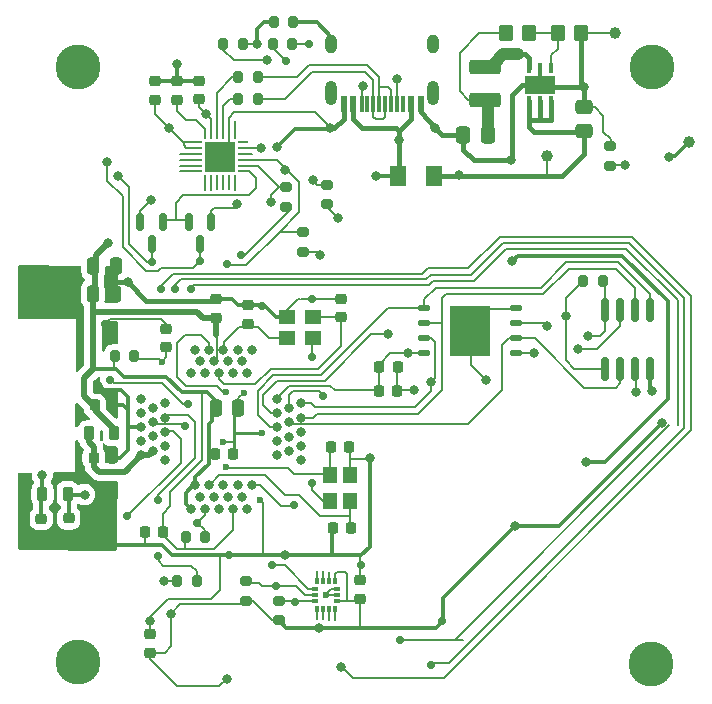
<source format=gbr>
%TF.GenerationSoftware,KiCad,Pcbnew,7.0.1*%
%TF.CreationDate,2023-04-07T20:32:22+02:00*%
%TF.ProjectId,ESP32 S3 MCU Socket,45535033-3220-4533-9320-4d435520536f,rev?*%
%TF.SameCoordinates,Original*%
%TF.FileFunction,Copper,L1,Top*%
%TF.FilePolarity,Positive*%
%FSLAX46Y46*%
G04 Gerber Fmt 4.6, Leading zero omitted, Abs format (unit mm)*
G04 Created by KiCad (PCBNEW 7.0.1) date 2023-04-07 20:32:22*
%MOMM*%
%LPD*%
G01*
G04 APERTURE LIST*
G04 Aperture macros list*
%AMRoundRect*
0 Rectangle with rounded corners*
0 $1 Rounding radius*
0 $2 $3 $4 $5 $6 $7 $8 $9 X,Y pos of 4 corners*
0 Add a 4 corners polygon primitive as box body*
4,1,4,$2,$3,$4,$5,$6,$7,$8,$9,$2,$3,0*
0 Add four circle primitives for the rounded corners*
1,1,$1+$1,$2,$3*
1,1,$1+$1,$4,$5*
1,1,$1+$1,$6,$7*
1,1,$1+$1,$8,$9*
0 Add four rect primitives between the rounded corners*
20,1,$1+$1,$2,$3,$4,$5,0*
20,1,$1+$1,$4,$5,$6,$7,0*
20,1,$1+$1,$6,$7,$8,$9,0*
20,1,$1+$1,$8,$9,$2,$3,0*%
G04 Aperture macros list end*
%TA.AperFunction,SMDPad,CuDef*%
%ADD10RoundRect,0.200000X-0.275000X0.200000X-0.275000X-0.200000X0.275000X-0.200000X0.275000X0.200000X0*%
%TD*%
%TA.AperFunction,ComponentPad*%
%ADD11C,3.800000*%
%TD*%
%TA.AperFunction,SMDPad,CuDef*%
%ADD12RoundRect,0.200000X-0.200000X-0.275000X0.200000X-0.275000X0.200000X0.275000X-0.200000X0.275000X0*%
%TD*%
%TA.AperFunction,SMDPad,CuDef*%
%ADD13RoundRect,0.200000X0.200000X0.275000X-0.200000X0.275000X-0.200000X-0.275000X0.200000X-0.275000X0*%
%TD*%
%TA.AperFunction,SMDPad,CuDef*%
%ADD14RoundRect,0.225000X0.250000X-0.225000X0.250000X0.225000X-0.250000X0.225000X-0.250000X-0.225000X0*%
%TD*%
%TA.AperFunction,SMDPad,CuDef*%
%ADD15RoundRect,0.225000X-0.250000X0.225000X-0.250000X-0.225000X0.250000X-0.225000X0.250000X0.225000X0*%
%TD*%
%TA.AperFunction,SMDPad,CuDef*%
%ADD16RoundRect,0.066000X0.404000X0.154000X-0.404000X0.154000X-0.404000X-0.154000X0.404000X-0.154000X0*%
%TD*%
%TA.AperFunction,SMDPad,CuDef*%
%ADD17R,3.400000X4.300000*%
%TD*%
%TA.AperFunction,SMDPad,CuDef*%
%ADD18RoundRect,0.225000X0.225000X0.250000X-0.225000X0.250000X-0.225000X-0.250000X0.225000X-0.250000X0*%
%TD*%
%TA.AperFunction,SMDPad,CuDef*%
%ADD19RoundRect,0.250000X-0.350000X-0.450000X0.350000X-0.450000X0.350000X0.450000X-0.350000X0.450000X0*%
%TD*%
%TA.AperFunction,SMDPad,CuDef*%
%ADD20RoundRect,0.250000X1.075000X-0.375000X1.075000X0.375000X-1.075000X0.375000X-1.075000X-0.375000X0*%
%TD*%
%TA.AperFunction,SMDPad,CuDef*%
%ADD21C,1.000000*%
%TD*%
%TA.AperFunction,SMDPad,CuDef*%
%ADD22RoundRect,0.062500X-0.062500X0.350000X-0.062500X-0.350000X0.062500X-0.350000X0.062500X0.350000X0*%
%TD*%
%TA.AperFunction,SMDPad,CuDef*%
%ADD23RoundRect,0.062500X-0.350000X0.062500X-0.350000X-0.062500X0.350000X-0.062500X0.350000X0.062500X0*%
%TD*%
%TA.AperFunction,SMDPad,CuDef*%
%ADD24R,2.600000X2.600000*%
%TD*%
%TA.AperFunction,SMDPad,CuDef*%
%ADD25R,1.200000X1.400000*%
%TD*%
%TA.AperFunction,SMDPad,CuDef*%
%ADD26RoundRect,0.218750X-0.218750X-0.381250X0.218750X-0.381250X0.218750X0.381250X-0.218750X0.381250X0*%
%TD*%
%TA.AperFunction,SMDPad,CuDef*%
%ADD27RoundRect,0.200000X0.275000X-0.200000X0.275000X0.200000X-0.275000X0.200000X-0.275000X-0.200000X0*%
%TD*%
%TA.AperFunction,SMDPad,CuDef*%
%ADD28RoundRect,0.150000X0.150000X-0.825000X0.150000X0.825000X-0.150000X0.825000X-0.150000X-0.825000X0*%
%TD*%
%TA.AperFunction,SMDPad,CuDef*%
%ADD29RoundRect,0.250000X0.250000X0.475000X-0.250000X0.475000X-0.250000X-0.475000X0.250000X-0.475000X0*%
%TD*%
%TA.AperFunction,SMDPad,CuDef*%
%ADD30RoundRect,0.225000X-0.225000X-0.250000X0.225000X-0.250000X0.225000X0.250000X-0.225000X0.250000X0*%
%TD*%
%TA.AperFunction,SMDPad,CuDef*%
%ADD31RoundRect,0.250000X-0.250000X-0.475000X0.250000X-0.475000X0.250000X0.475000X-0.250000X0.475000X0*%
%TD*%
%TA.AperFunction,SMDPad,CuDef*%
%ADD32R,0.330000X0.580000*%
%TD*%
%TA.AperFunction,SMDPad,CuDef*%
%ADD33R,0.580000X0.330000*%
%TD*%
%TA.AperFunction,SMDPad,CuDef*%
%ADD34RoundRect,0.150000X-0.150000X0.587500X-0.150000X-0.587500X0.150000X-0.587500X0.150000X0.587500X0*%
%TD*%
%TA.AperFunction,SMDPad,CuDef*%
%ADD35R,1.400000X1.200000*%
%TD*%
%TA.AperFunction,SMDPad,CuDef*%
%ADD36R,0.420000X0.840000*%
%TD*%
%TA.AperFunction,SMDPad,CuDef*%
%ADD37R,2.500000X1.600000*%
%TD*%
%TA.AperFunction,SMDPad,CuDef*%
%ADD38RoundRect,0.250000X0.475000X-0.337500X0.475000X0.337500X-0.475000X0.337500X-0.475000X-0.337500X0*%
%TD*%
%TA.AperFunction,SMDPad,CuDef*%
%ADD39RoundRect,0.218750X0.218750X0.381250X-0.218750X0.381250X-0.218750X-0.381250X0.218750X-0.381250X0*%
%TD*%
%TA.AperFunction,SMDPad,CuDef*%
%ADD40R,0.300000X1.450000*%
%TD*%
%TA.AperFunction,SMDPad,CuDef*%
%ADD41R,0.600000X1.450000*%
%TD*%
%TA.AperFunction,ComponentPad*%
%ADD42O,1.000000X2.100000*%
%TD*%
%TA.AperFunction,ComponentPad*%
%ADD43O,1.000000X1.600000*%
%TD*%
%TA.AperFunction,SMDPad,CuDef*%
%ADD44RoundRect,0.250001X0.462499X0.624999X-0.462499X0.624999X-0.462499X-0.624999X0.462499X-0.624999X0*%
%TD*%
%TA.AperFunction,SMDPad,CuDef*%
%ADD45RoundRect,0.250000X0.337500X0.475000X-0.337500X0.475000X-0.337500X-0.475000X0.337500X-0.475000X0*%
%TD*%
%TA.AperFunction,ComponentPad*%
%ADD46C,0.800000*%
%TD*%
%TA.AperFunction,ViaPad*%
%ADD47C,0.800000*%
%TD*%
%TA.AperFunction,ViaPad*%
%ADD48C,0.600000*%
%TD*%
%TA.AperFunction,ViaPad*%
%ADD49C,0.700000*%
%TD*%
%TA.AperFunction,Conductor*%
%ADD50C,0.150000*%
%TD*%
%TA.AperFunction,Conductor*%
%ADD51C,0.300000*%
%TD*%
%TA.AperFunction,Conductor*%
%ADD52C,0.400000*%
%TD*%
%TA.AperFunction,Conductor*%
%ADD53C,0.320000*%
%TD*%
%TA.AperFunction,Conductor*%
%ADD54C,0.250000*%
%TD*%
%TA.AperFunction,Conductor*%
%ADD55C,0.200000*%
%TD*%
%TA.AperFunction,Conductor*%
%ADD56C,0.510000*%
%TD*%
%TA.AperFunction,Conductor*%
%ADD57C,1.000000*%
%TD*%
G04 APERTURE END LIST*
D10*
%TO.P,CH-RX-R1,1*%
%TO.N,RXD0*%
X144480000Y-80055000D03*
%TO.P,CH-RX-R1,2*%
%TO.N,Net-(CH-RX-LED1-K)*%
X144480000Y-81705000D03*
%TD*%
D11*
%TO.P,REF\u002A\u002A,1*%
%TO.N,N/C*%
X174030000Y-66080000D03*
%TD*%
D12*
%TO.P,USB_PLUG_R1,1*%
%TO.N,Net-(J1-CC1)*%
X141945000Y-64170000D03*
%TO.P,USB_PLUG_R1,2*%
%TO.N,GND*%
X143595000Y-64170000D03*
%TD*%
D13*
%TO.P,CH-D+-R1,1*%
%TO.N,USB_D+*%
X140675000Y-68780000D03*
%TO.P,CH-D+-R1,2*%
%TO.N,Net-(U1-D+)*%
X139025000Y-68780000D03*
%TD*%
D14*
%TO.P,E-Y1-C2,1*%
%TO.N,Net-(ESP32S1-GPIO15{slash}ADC2_CH4{slash}XTAL_32K_P)*%
X147700000Y-87260000D03*
%TO.P,E-Y1-C2,2*%
%TO.N,GND*%
X147700000Y-85710000D03*
%TD*%
D12*
%TO.P,E-BOOT-DTR-R1,1*%
%TO.N,3V3*%
X134585000Y-105880000D03*
%TO.P,E-BOOT-DTR-R1,2*%
%TO.N,ESP_GPIO0_BOOT-DTR*%
X136235000Y-105880000D03*
%TD*%
D15*
%TO.P,E-LNA-C2,1*%
%TO.N,Net-(ESP32S1-LNA_IN{slash}RF)*%
X124680000Y-104295000D03*
%TO.P,E-LNA-C2,2*%
%TO.N,GND*%
X124680000Y-105845000D03*
%TD*%
D16*
%TO.P,ESP_FLASH3,1,~{CS}*%
%TO.N,SPICS0*%
X162565000Y-90335000D03*
%TO.P,ESP_FLASH3,2,DO(IO1)*%
%TO.N,SPIQ*%
X162565000Y-89065000D03*
%TO.P,ESP_FLASH3,3,IO2*%
%TO.N,SPIWP*%
X162565000Y-87795000D03*
%TO.P,ESP_FLASH3,4,GND*%
%TO.N,GND_FLASH*%
X162565000Y-86525000D03*
%TO.P,ESP_FLASH3,5,DI(IO0)*%
%TO.N,SPID*%
X154775000Y-86525000D03*
%TO.P,ESP_FLASH3,6,CLK*%
%TO.N,SPICLK*%
X154775000Y-87795000D03*
%TO.P,ESP_FLASH3,7,IO3*%
%TO.N,SPIHD*%
X154775000Y-89065000D03*
%TO.P,ESP_FLASH3,8,VCC*%
%TO.N,VDD_SPI*%
X154775000Y-90335000D03*
D17*
%TO.P,ESP_FLASH3,9,GND*%
%TO.N,GND_FLASH*%
X158670000Y-88430000D03*
%TD*%
D18*
%TO.P,E-VDD3-CPU-C1,1*%
%TO.N,3V3*%
X132635000Y-105450000D03*
%TO.P,E-VDD3-CPU-C1,2*%
%TO.N,GND*%
X131085000Y-105450000D03*
%TD*%
%TO.P,E-Y2-C1,1*%
%TO.N,Net-(ESP32S1-XTAL_N)*%
X148605000Y-105130000D03*
%TO.P,E-Y2-C1,2*%
%TO.N,GND*%
X147055000Y-105130000D03*
%TD*%
D11*
%TO.P,REF\u002A\u002A,1*%
%TO.N,N/C*%
X125440000Y-116470000D03*
%TD*%
D19*
%TO.P,AUR_R1,1*%
%TO.N,Net-(AUR1-FB)*%
X166080000Y-63237500D03*
%TO.P,AUR_R1,2*%
%TO.N,GND*%
X168080000Y-63237500D03*
%TD*%
D14*
%TO.P,E-Y1-C1,1*%
%TO.N,Net-(ESP32S1-GPIO16{slash}ADC2_CH5{slash}XTAL_32K_N)*%
X139850000Y-87820000D03*
%TO.P,E-Y1-C1,2*%
%TO.N,GND*%
X139850000Y-86270000D03*
%TD*%
D20*
%TO.P,AUR_l1,1,1*%
%TO.N,3V3*%
X159880000Y-68840000D03*
%TO.P,AUR_l1,2,2*%
%TO.N,Net-(AUR1-SW)*%
X159880000Y-66040000D03*
%TD*%
D21*
%TO.P,TP2,1,1*%
%TO.N,GND*%
X170890000Y-63210000D03*
%TD*%
D13*
%TO.P,RGB_LED_R1,1*%
%TO.N,LED_R_IO04*%
X135515000Y-109590000D03*
%TO.P,RGB_LED_R1,2*%
%TO.N,Net-(LED1-RA)*%
X133865000Y-109590000D03*
%TD*%
D22*
%TO.P,U1,1,~{RI}*%
%TO.N,unconnected-(U1-~{RI}-Pad1)*%
X138720000Y-71735000D03*
%TO.P,U1,2,GND*%
%TO.N,GND*%
X138220000Y-71735000D03*
%TO.P,U1,3,D+*%
%TO.N,Net-(U1-D+)*%
X137720000Y-71735000D03*
%TO.P,U1,4,D-*%
%TO.N,Net-(U1-D-)*%
X137220000Y-71735000D03*
%TO.P,U1,5,VIO*%
%TO.N,3V3*%
X136720000Y-71735000D03*
%TO.P,U1,6,V3*%
%TO.N,Net-(U1-V3)*%
X136220000Y-71735000D03*
D23*
%TO.P,U1,7,VDD5*%
%TO.N,VIN*%
X135532500Y-72422500D03*
%TO.P,U1,8,VBUS*%
X135532500Y-72922500D03*
%TO.P,U1,9,~{RST}*%
%TO.N,unconnected-(U1-~{RST}-Pad9)*%
X135532500Y-73422500D03*
%TO.P,U1,10,~{ACT}*%
%TO.N,unconnected-(U1-~{ACT}-Pad10)*%
X135532500Y-73922500D03*
%TO.P,U1,11,~{WAKEUP}/GPIO3*%
%TO.N,unconnected-(U1-~{WAKEUP}{slash}GPIO3-Pad11)*%
X135532500Y-74422500D03*
%TO.P,U1,12,TNOW/GPIO2*%
%TO.N,unconnected-(U1-TNOW{slash}GPIO2-Pad12)*%
X135532500Y-74922500D03*
D22*
%TO.P,U1,13,RXS/GPIO1*%
%TO.N,unconnected-(U1-RXS{slash}GPIO1-Pad13)*%
X136220000Y-75610000D03*
%TO.P,U1,14,TXS/GPIO0*%
%TO.N,unconnected-(U1-TXS{slash}GPIO0-Pad14)*%
X136720000Y-75610000D03*
%TO.P,U1,15,~{SUSPEND}*%
%TO.N,unconnected-(U1-~{SUSPEND}-Pad15)*%
X137220000Y-75610000D03*
%TO.P,U1,16,GPIO4*%
%TO.N,unconnected-(U1-GPIO4-Pad16)*%
X137720000Y-75610000D03*
%TO.P,U1,17,SUSPEND*%
%TO.N,unconnected-(U1-SUSPEND-Pad17)*%
X138220000Y-75610000D03*
%TO.P,U1,18,~{CTS}*%
%TO.N,unconnected-(U1-~{CTS}-Pad18)*%
X138720000Y-75610000D03*
D23*
%TO.P,U1,19,~{RTS}*%
%TO.N,CH-RTS*%
X139407500Y-74922500D03*
%TO.P,U1,20,RXD*%
%TO.N,TXD0*%
X139407500Y-74422500D03*
%TO.P,U1,21,TXD*%
%TO.N,RXD0*%
X139407500Y-73922500D03*
%TO.P,U1,22,~{DSR}*%
%TO.N,unconnected-(U1-~{DSR}-Pad22)*%
X139407500Y-73422500D03*
%TO.P,U1,23,~{DTR}*%
%TO.N,CH-DTR*%
X139407500Y-72922500D03*
%TO.P,U1,24,~{DCD}*%
%TO.N,unconnected-(U1-~{DCD}-Pad24)*%
X139407500Y-72422500D03*
D24*
%TO.P,U1,25,GND*%
%TO.N,GND*%
X137470000Y-73672500D03*
%TD*%
D12*
%TO.P,USB_PLUG_R2,1*%
%TO.N,Net-(J1-CC2)*%
X137765000Y-64150000D03*
%TO.P,USB_PLUG_R2,2*%
%TO.N,GND*%
X139415000Y-64150000D03*
%TD*%
%TO.P,PSR1,1*%
%TO.N,SPICS1*%
X168245000Y-84240000D03*
%TO.P,PSR1,2*%
%TO.N,VDD_SPI*%
X169895000Y-84240000D03*
%TD*%
D25*
%TO.P,E-40MHZ-Y2,1,1*%
%TO.N,Net-(ESP32S1-XTAL_P)*%
X146820000Y-100590000D03*
%TO.P,E-40MHZ-Y2,2,2*%
%TO.N,GND*%
X146820000Y-102790000D03*
%TO.P,E-40MHZ-Y2,3,3*%
%TO.N,Net-(ESP32S1-XTAL_N)*%
X148520000Y-102790000D03*
%TO.P,E-40MHZ-Y2,4,4*%
%TO.N,GND*%
X148520000Y-100590000D03*
%TD*%
D14*
%TO.P,CH-V3-C1,1*%
%TO.N,Net-(U1-V3)*%
X133840000Y-68835000D03*
%TO.P,CH-V3-C1,2*%
%TO.N,GND*%
X133840000Y-67285000D03*
%TD*%
D10*
%TO.P,CH-TX-R1,1*%
%TO.N,TXD0*%
X146570000Y-76035000D03*
%TO.P,CH-TX-R1,2*%
%TO.N,Net-(CH-TX-RED1-K)*%
X146570000Y-77685000D03*
%TD*%
D26*
%TO.P,E-LNA-L1,1,1*%
%TO.N,Net-(ANT1-Pad1)*%
X122447500Y-102220000D03*
%TO.P,E-LNA-L1,2,2*%
%TO.N,Net-(ESP32S1-LNA_IN{slash}RF)*%
X124572500Y-102220000D03*
%TD*%
D27*
%TO.P,I2C_SCL_R1,1*%
%TO.N,3V3*%
X139660000Y-111285000D03*
%TO.P,I2C_SCL_R1,2*%
%TO.N,GPIO9_I2C_SCL*%
X139660000Y-109635000D03*
%TD*%
D14*
%TO.P,CH-VIO-C1,1*%
%TO.N,3V3*%
X135700000Y-68825000D03*
%TO.P,CH-VIO-C1,2*%
%TO.N,GND*%
X135700000Y-67275000D03*
%TD*%
D28*
%TO.P,EPS1,1,~{CE}*%
%TO.N,SPICS1*%
X170090000Y-91610000D03*
%TO.P,EPS1,2,SIO1*%
%TO.N,SPIQ*%
X171360000Y-91610000D03*
%TO.P,EPS1,3,SIO2*%
%TO.N,SPIWP*%
X172630000Y-91610000D03*
%TO.P,EPS1,4,VSS*%
%TO.N,GND_SRAM*%
X173900000Y-91610000D03*
%TO.P,EPS1,5,SiO0*%
%TO.N,SPID*%
X173900000Y-86660000D03*
%TO.P,EPS1,6,SCLK*%
%TO.N,SPICLK*%
X172630000Y-86660000D03*
%TO.P,EPS1,7,SIO3*%
%TO.N,SPIHD*%
X171360000Y-86660000D03*
%TO.P,EPS1,8,VCC*%
%TO.N,VDD_SPI*%
X170090000Y-86660000D03*
%TD*%
D29*
%TO.P,E-VDDA-C2,1*%
%TO.N,GND*%
X139000000Y-94930000D03*
%TO.P,E-VDDA-C2,2*%
%TO.N,3V3*%
X137100000Y-94930000D03*
%TD*%
D30*
%TO.P,E-VDD3-C2,1*%
%TO.N,Net-(E-VDD3-C2-Pad1)*%
X126785000Y-99160000D03*
%TO.P,E-VDD3-C2,2*%
%TO.N,GND*%
X128335000Y-99160000D03*
%TD*%
D21*
%TO.P,TP3,1,1*%
%TO.N,VIN*%
X165150000Y-73640000D03*
%TD*%
D10*
%TO.P,AUR-LED-R1,1*%
%TO.N,GND*%
X170510000Y-72775000D03*
%TO.P,AUR-LED-R1,2*%
%TO.N,Net-(PWR-LED1-K)*%
X170510000Y-74425000D03*
%TD*%
D31*
%TO.P,E-C2,1*%
%TO.N,3V3*%
X126750000Y-82950000D03*
%TO.P,E-C2,2*%
%TO.N,GND*%
X128650000Y-82950000D03*
%TD*%
D10*
%TO.P,E-TXD0-R1,1*%
%TO.N,TXD0*%
X143060000Y-76245000D03*
%TO.P,E-TXD0-R1,2*%
%TO.N,Net-(ESP32S1-U0TXD{slash}PROG{slash}GPIO43)*%
X143060000Y-77895000D03*
%TD*%
D13*
%TO.P,CH-D-R2,1*%
%TO.N,USB_D-*%
X140675000Y-66960000D03*
%TO.P,CH-D-R2,2*%
%TO.N,Net-(U1-D-)*%
X139025000Y-66960000D03*
%TD*%
D32*
%TO.P,IMU1,1,SDO/SA0*%
%TO.N,unconnected-(IMU1-SDO{slash}SA0-Pad1)*%
X145705000Y-111935000D03*
%TO.P,IMU1,2,SDX*%
%TO.N,unconnected-(IMU1-SDX-Pad2)*%
X146205000Y-111935000D03*
%TO.P,IMU1,3,SCX*%
%TO.N,unconnected-(IMU1-SCX-Pad3)*%
X146705000Y-111935000D03*
%TO.P,IMU1,4,INT1*%
%TO.N,unconnected-(IMU1-INT1-Pad4)*%
X147205000Y-111935000D03*
D33*
%TO.P,IMU1,5,VDDIO*%
%TO.N,3V3*%
X147380000Y-111260000D03*
%TO.P,IMU1,6,GND*%
%TO.N,GND*%
X147380000Y-110760000D03*
%TO.P,IMU1,7,GND*%
X147380000Y-110260000D03*
D32*
%TO.P,IMU1,8,VDD*%
%TO.N,3V3*%
X147205000Y-109585000D03*
%TO.P,IMU1,9,INT2*%
%TO.N,unconnected-(IMU1-INT2-Pad9)*%
X146705000Y-109585000D03*
%TO.P,IMU1,10,NC*%
%TO.N,unconnected-(IMU1-NC-Pad10)*%
X146205000Y-109585000D03*
%TO.P,IMU1,11,NC*%
%TO.N,unconnected-(IMU1-NC-Pad11)*%
X145705000Y-109585000D03*
D33*
%TO.P,IMU1,12,CS*%
%TO.N,IMU_CS_IO21*%
X145530000Y-110260000D03*
%TO.P,IMU1,13,SCL*%
%TO.N,GPIO9_I2C_SCL*%
X145530000Y-110760000D03*
%TO.P,IMU1,14,SDA*%
%TO.N,GPIO8_I2C_SDA*%
X145530000Y-111260000D03*
%TD*%
D34*
%TO.P,CH-DTR-BSS1,1,G*%
%TO.N,CH-DTR*%
X136730000Y-79210000D03*
%TO.P,CH-DTR-BSS1,2,S*%
%TO.N,CH-RTS*%
X134830000Y-79210000D03*
%TO.P,CH-DTR-BSS1,3,D*%
%TO.N,CHIP_EN*%
X135780000Y-81085000D03*
%TD*%
D15*
%TO.P,IMU_C1,1*%
%TO.N,GND*%
X149370000Y-109545000D03*
%TO.P,IMU_C1,2*%
%TO.N,3V3*%
X149370000Y-111095000D03*
%TD*%
%TO.P,E-LNA-C1,1*%
%TO.N,Net-(ANT1-Pad1)*%
X122330000Y-104325000D03*
%TO.P,E-LNA-C1,2*%
%TO.N,GND*%
X122330000Y-105875000D03*
%TD*%
D18*
%TO.P,E-VDDA-C1,1*%
%TO.N,GND*%
X138565000Y-98850000D03*
%TO.P,E-VDDA-C1,2*%
%TO.N,3V3*%
X137015000Y-98850000D03*
%TD*%
D34*
%TO.P,CH-RTS-BSS1,1,G*%
%TO.N,CH-RTS*%
X132637500Y-79232500D03*
%TO.P,CH-RTS-BSS1,2,S*%
%TO.N,CH-DTR*%
X130737500Y-79232500D03*
%TO.P,CH-RTS-BSS1,3,D*%
%TO.N,ESP_GPIO0_BOOT-DTR*%
X131687500Y-81107500D03*
%TD*%
D35*
%TO.P,E-32MHZ-Y1,1,1*%
%TO.N,Net-(ESP32S1-GPIO16{slash}ADC2_CH5{slash}XTAL_32K_N)*%
X143140000Y-88990000D03*
%TO.P,E-32MHZ-Y1,2,2*%
%TO.N,GND*%
X145340000Y-88990000D03*
%TO.P,E-32MHZ-Y1,3,3*%
%TO.N,Net-(ESP32S1-GPIO15{slash}ADC2_CH4{slash}XTAL_32K_P)*%
X145340000Y-87290000D03*
%TO.P,E-32MHZ-Y1,4,4*%
%TO.N,GND*%
X143140000Y-87290000D03*
%TD*%
D15*
%TO.P,ATH20_C1,1*%
%TO.N,GND*%
X131560000Y-114130000D03*
%TO.P,ATH20_C1,2*%
%TO.N,3V3*%
X131560000Y-115680000D03*
%TD*%
D14*
%TO.P,E-VDD3-RTC-C1,1*%
%TO.N,3V3*%
X137160000Y-87295000D03*
%TO.P,E-VDD3-RTC-C1,2*%
%TO.N,GND*%
X137160000Y-85745000D03*
%TD*%
D30*
%TO.P,E-VDD3-C1,1*%
%TO.N,3V3*%
X126875000Y-94720000D03*
%TO.P,E-VDD3-C1,2*%
%TO.N,GND*%
X128425000Y-94720000D03*
%TD*%
D36*
%TO.P,AUR1,1,FB*%
%TO.N,Net-(AUR1-FB)*%
X165540000Y-66132500D03*
%TO.P,AUR1,2,GND*%
%TO.N,GND*%
X164590000Y-66132500D03*
%TO.P,AUR1,3,SW*%
%TO.N,Net-(AUR1-SW)*%
X163640000Y-66132500D03*
%TO.P,AUR1,4,VIN_SW*%
%TO.N,VIN*%
X163640000Y-69002500D03*
%TO.P,AUR1,5,VIN_A*%
X164590000Y-69002500D03*
%TO.P,AUR1,6,EN*%
X165540000Y-69002500D03*
D37*
%TO.P,AUR1,7,GND*%
%TO.N,GND*%
X164590000Y-67567500D03*
%TD*%
D38*
%TO.P,AUR_C2,1*%
%TO.N,VIN*%
X168270000Y-71517500D03*
%TO.P,AUR_C2,2*%
%TO.N,GND*%
X168270000Y-69442500D03*
%TD*%
D30*
%TO.P,E-VDD-SPI-C2,1*%
%TO.N,VDD_SPI*%
X150965000Y-91440000D03*
%TO.P,E-VDD-SPI-C2,2*%
%TO.N,GND*%
X152515000Y-91440000D03*
%TD*%
D15*
%TO.P,E-RST-EN-C1,1*%
%TO.N,GND*%
X132940000Y-88230000D03*
%TO.P,E-RST-EN-C1,2*%
%TO.N,CHIP_EN*%
X132940000Y-89780000D03*
%TD*%
D39*
%TO.P,E-VDD3-L1,1,1*%
%TO.N,3V3*%
X128502500Y-97110000D03*
%TO.P,E-VDD3-L1,2,2*%
%TO.N,Net-(E-VDD3-C2-Pad1)*%
X126377500Y-97110000D03*
%TD*%
D19*
%TO.P,AUR_R2,1*%
%TO.N,3V3*%
X161650000Y-63217500D03*
%TO.P,AUR_R2,2*%
%TO.N,Net-(AUR1-FB)*%
X163650000Y-63217500D03*
%TD*%
D40*
%TO.P,J1,A5,CC1*%
%TO.N,Net-(J1-CC1)*%
X152460000Y-69225000D03*
%TO.P,J1,A6,DP1*%
%TO.N,USB_D+*%
X151460000Y-69225000D03*
%TO.P,J1,A7,DN1*%
%TO.N,USB_D-*%
X150960000Y-69225000D03*
%TO.P,J1,A8,SBU1*%
%TO.N,unconnected-(J1-SBU1-PadA8)*%
X149960000Y-69225000D03*
D41*
%TO.P,J1,B1,GND*%
%TO.N,GND*%
X147960000Y-69225000D03*
%TO.P,J1,B4,VBUS*%
%TO.N,USB_VBUS*%
X148760000Y-69225000D03*
D40*
%TO.P,J1,B5,CC2*%
%TO.N,Net-(J1-CC2)*%
X149460000Y-69225000D03*
%TO.P,J1,B6,DP2*%
%TO.N,USB_D+*%
X150460000Y-69225000D03*
%TO.P,J1,B7,DN2*%
%TO.N,USB_D-*%
X151960000Y-69225000D03*
%TO.P,J1,B8,SBU2*%
%TO.N,unconnected-(J1-SBU2-PadB8)*%
X152960000Y-69225000D03*
D41*
%TO.P,J1,B9,VBUS*%
%TO.N,USB_VBUS*%
X153660000Y-69225000D03*
%TO.P,J1,B12,GND*%
%TO.N,GND*%
X154460000Y-69225000D03*
D42*
%TO.P,J1,S1,SHIELD*%
%TO.N,Net-(J1-SHIELD-PadS1)*%
X155530000Y-68310000D03*
D43*
X155530000Y-64130000D03*
D42*
X146890000Y-68310000D03*
D43*
X146890000Y-64130000D03*
%TD*%
D13*
%TO.P,USB_PLYG_R1,1*%
%TO.N,Net-(J1-SHIELD-PadS1)*%
X143665000Y-62310000D03*
%TO.P,USB_PLYG_R1,2*%
%TO.N,GND*%
X142015000Y-62310000D03*
%TD*%
D14*
%TO.P,CH-VBUS-C2,1*%
%TO.N,VIN*%
X131990000Y-68855000D03*
%TO.P,CH-VBUS-C2,2*%
%TO.N,GND*%
X131990000Y-67305000D03*
%TD*%
D10*
%TO.P,I2C_SDA_R1,1*%
%TO.N,GPIO8_I2C_SDA*%
X142450000Y-111260000D03*
%TO.P,I2C_SDA_R1,2*%
%TO.N,3V3*%
X142450000Y-112910000D03*
%TD*%
D44*
%TO.P,PWR_FUSE1,1*%
%TO.N,VIN*%
X155557500Y-75280000D03*
%TO.P,PWR_FUSE1,2*%
%TO.N,USB_VBUS*%
X152582500Y-75280000D03*
%TD*%
D30*
%TO.P,E-VDD-SPI-C1,1*%
%TO.N,VDD_SPI*%
X150935000Y-93480000D03*
%TO.P,E-VDD-SPI-C1,2*%
%TO.N,GND*%
X152485000Y-93480000D03*
%TD*%
%TO.P,E-Y2-C2,1*%
%TO.N,Net-(ESP32S1-XTAL_P)*%
X146855000Y-98250000D03*
%TO.P,E-Y2-C2,2*%
%TO.N,GND*%
X148405000Y-98250000D03*
%TD*%
D11*
%TO.P,REF\u002A\u002A,1*%
%TO.N,N/C*%
X125450000Y-66040000D03*
%TD*%
%TO.P,REF\u002A\u002A,1*%
%TO.N,N/C*%
X173940000Y-116620000D03*
%TD*%
D31*
%TO.P,E-C1,1*%
%TO.N,3V3*%
X126700000Y-85310000D03*
%TO.P,E-C1,2*%
%TO.N,GND*%
X128600000Y-85310000D03*
%TD*%
D21*
%TO.P,TP1,1,1*%
%TO.N,3V3*%
X177200000Y-72410000D03*
%TD*%
D45*
%TO.P,AUR_C1,1*%
%TO.N,3V3*%
X160127500Y-71830000D03*
%TO.P,AUR_C1,2*%
%TO.N,GND*%
X158052500Y-71830000D03*
%TD*%
D12*
%TO.P,E-RST-EN-R1,1*%
%TO.N,3V3*%
X128585000Y-90550000D03*
%TO.P,E-RST-EN-R1,2*%
%TO.N,CHIP_EN*%
X130235000Y-90550000D03*
%TD*%
D46*
%TO.P,ESP32S1,1,LNA_IN/RF*%
%TO.N,Net-(ESP32S1-LNA_IN{slash}RF)*%
X132820000Y-99370000D03*
%TO.P,ESP32S1,2,VDD3P3*%
%TO.N,Net-(E-VDD3-C2-Pad1)*%
X130820000Y-98970000D03*
%TO.P,ESP32S1,3,VDD3P3*%
X131830000Y-98560000D03*
%TO.P,ESP32S1,4,CHIP_PU/RESET*%
%TO.N,CHIP_EN*%
X132820000Y-98170000D03*
%TO.P,ESP32S1,5,GPIO0/BOOT*%
%TO.N,ESP_GPIO0_BOOT-DTR*%
X130820000Y-97770000D03*
%TO.P,ESP32S1,6,GPIO1/ADC1_CH0*%
%TO.N,BAT_SENSE_IO21*%
X131830000Y-97360000D03*
%TO.P,ESP32S1,7,GPIO2/ADC1_CH1*%
%TO.N,LED_B_IO05*%
X132820000Y-96960000D03*
%TO.P,ESP32S1,8,GPIO3/ADC1_CH2*%
%TO.N,GND*%
X130820000Y-96560000D03*
%TO.P,ESP32S1,9,GPIO4/ADC1_CH3*%
%TO.N,LED_G_IO02*%
X131820000Y-96160000D03*
%TO.P,ESP32S1,10,GPIO5/ADC1_CH4*%
%TO.N,LED_R_IO04*%
X132820000Y-95760000D03*
%TO.P,ESP32S1,11,GPIO6/ADC1_CH5*%
%TO.N,ADC_IN_IO04*%
X130820000Y-95360000D03*
%TO.P,ESP32S1,12,GPIO7/ADC1_CH6*%
%TO.N,VOLTAGE_REF_IO07*%
X131820000Y-94960000D03*
%TO.P,ESP32S1,13,GPIO8/ADC1_CH7*%
%TO.N,GPIO8_I2C_SDA*%
X132820000Y-94570000D03*
%TO.P,ESP32S1,14,GPIO9/ADC1_CH8*%
%TO.N,GPIO9_I2C_SCL*%
X130820000Y-94170000D03*
%TO.P,ESP32S1,15,GPIO10/ADC1_CH9*%
%TO.N,STORAGE_CS_IO10*%
X134980000Y-92010000D03*
%TO.P,ESP32S1,16,GPIO11/ADC2_CH0*%
%TO.N,STORAGE_MOSI_SPID_IO11*%
X135380000Y-90010000D03*
%TO.P,ESP32S1,17,GPIO12/ADC2_CH1*%
%TO.N,FSPICLK_IO12*%
X135770000Y-91000000D03*
%TO.P,ESP32S1,18,GPIO13/ADC2_CH2*%
%TO.N,STORAGE_MISO_SPIQ_IO13*%
X136180000Y-92010000D03*
%TO.P,ESP32S1,19,GPIO14/ADC2_CH3*%
%TO.N,DAC_CALIBRATION*%
X136570000Y-90010000D03*
%TO.P,ESP32S1,20,VDD3P3_RTC*%
%TO.N,3V3*%
X136970000Y-91000000D03*
%TO.P,ESP32S1,21,GPIO15/ADC2_CH4/XTAL_32K_P*%
%TO.N,Net-(ESP32S1-GPIO15{slash}ADC2_CH4{slash}XTAL_32K_P)*%
X137370000Y-92010000D03*
%TO.P,ESP32S1,22,GPIO16/ADC2_CH5/XTAL_32K_N*%
%TO.N,Net-(ESP32S1-GPIO16{slash}ADC2_CH5{slash}XTAL_32K_N)*%
X137770000Y-90010000D03*
%TO.P,ESP32S1,23,GPIO17/ADC2_CH6/DAC_2*%
%TO.N,STORAGE_2_CS_IO17*%
X138180000Y-91000000D03*
%TO.P,ESP32S1,24,GPIO18/ADC2_CH7/DAC_1*%
%TO.N,DAC_CALIBRATION*%
X138580000Y-92010000D03*
%TO.P,ESP32S1,25,GPIO19/USB_D-/ADC2_CH8*%
%TO.N,USB_D-*%
X138980000Y-90010000D03*
%TO.P,ESP32S1,26,GPIO20/USB_D+/ADC2_CH9*%
%TO.N,USB_D+*%
X139380000Y-91000000D03*
%TO.P,ESP32S1,27,GPIO21*%
%TO.N,IMU_CS_IO21*%
X139780000Y-92010000D03*
%TO.P,ESP32S1,28,SPI_CS1/GPIO26*%
%TO.N,SPICS1*%
X140180000Y-90010000D03*
%TO.P,ESP32S1,29,VDD_SPI*%
%TO.N,VDD_SPI*%
X142340000Y-94170000D03*
%TO.P,ESP32S1,30,SPIHD/GPIO27*%
%TO.N,SPIHD*%
X144330000Y-94570000D03*
%TO.P,ESP32S1,31,SPIWP/GPIO28*%
%TO.N,SPIWP*%
X143340000Y-94950000D03*
%TO.P,ESP32S1,32,SPICS0/GPIO29*%
%TO.N,SPICS0*%
X142340000Y-95360000D03*
%TO.P,ESP32S1,33,SPICLK/GPIO30*%
%TO.N,SPICLK*%
X144340000Y-95760000D03*
%TO.P,ESP32S1,34,SPIQ/GPIO31*%
%TO.N,SPIQ*%
X143350000Y-96160000D03*
%TO.P,ESP32S1,35,SPID/GPIO32*%
%TO.N,SPID*%
X142340000Y-96570000D03*
%TO.P,ESP32S1,36,SPICLK_N/GPIO48*%
%TO.N,unconnected-(ESP32S1-SPICLK_N{slash}GPIO48-Pad36)*%
X144350000Y-96960000D03*
%TO.P,ESP32S1,37,SPICLK_P/GPIO47*%
%TO.N,unconnected-(ESP32S1-SPICLK_P{slash}GPIO47-Pad37)*%
X143330000Y-97370000D03*
%TO.P,ESP32S1,38,GPIO33*%
%TO.N,TEMT6000_IO33*%
X142330000Y-97770000D03*
%TO.P,ESP32S1,39,GPIO34*%
%TO.N,PLUG_PWR_3V3_EN_IO38*%
X144330000Y-98170000D03*
%TO.P,ESP32S1,40,GPIO35*%
%TO.N,LCD2_LED_IO10*%
X143340000Y-98560000D03*
%TO.P,ESP32S1,41,GPIO36*%
%TO.N,LCD2_CS_IO12*%
X142330000Y-98960000D03*
%TO.P,ESP32S1,42,GPIO37*%
%TO.N,LCD2_DC_IO11*%
X144330000Y-99370000D03*
%TO.P,ESP32S1,43,GPIO38*%
%TO.N,LCD2_RST_IO33*%
X140180000Y-101510000D03*
%TO.P,ESP32S1,44,MTCK/JTAG/GPIO39*%
%TO.N,unconnected-(ESP32S1-MTCK{slash}JTAG{slash}GPIO39-Pad44)*%
X139780000Y-103510000D03*
%TO.P,ESP32S1,45,MTDO/JTAG/GPIO40*%
%TO.N,unconnected-(ESP32S1-MTDO{slash}JTAG{slash}GPIO40-Pad45)*%
X139370000Y-102500000D03*
%TO.P,ESP32S1,46,VDD3P3_CPU*%
%TO.N,3V3*%
X138580000Y-103510000D03*
%TO.P,ESP32S1,47,MTDI/JTAG/GPIO41*%
%TO.N,unconnected-(ESP32S1-MTDI{slash}JTAG{slash}GPIO41-Pad47)*%
X138980000Y-101510000D03*
%TO.P,ESP32S1,48,MTMS/JTAG/GPIO42*%
%TO.N,unconnected-(ESP32S1-MTMS{slash}JTAG{slash}GPIO42-Pad48)*%
X138170000Y-102500000D03*
%TO.P,ESP32S1,49,U0TXD/PROG/GPIO43*%
%TO.N,Net-(ESP32S1-U0TXD{slash}PROG{slash}GPIO43)*%
X137370000Y-103510000D03*
%TO.P,ESP32S1,50,U0RXD/PROG/GPIO44*%
%TO.N,RXD0*%
X137770000Y-101510000D03*
%TO.P,ESP32S1,51,GPIO45*%
%TO.N,GND*%
X136960000Y-102500000D03*
%TO.P,ESP32S1,52,GPIO46*%
%TO.N,ESP_GPIO0_BOOT-DTR*%
X136170000Y-103510000D03*
%TO.P,ESP32S1,53,XTAL_N*%
%TO.N,Net-(ESP32S1-XTAL_N)*%
X136570000Y-101510000D03*
%TO.P,ESP32S1,54,XTAL_P*%
%TO.N,Net-(ESP32S1-XTAL_P)*%
X135760000Y-102500000D03*
%TO.P,ESP32S1,55,VDDA*%
%TO.N,3V3*%
X135380000Y-101510000D03*
%TO.P,ESP32S1,56,VDDA*%
X134980000Y-103510000D03*
%TD*%
D47*
%TO.N,GND*%
X140650000Y-64150000D03*
X155660000Y-71240000D03*
X162230000Y-82540000D03*
D48*
X140991635Y-97058365D03*
D49*
X144980000Y-64170000D03*
D47*
X131530000Y-112970000D03*
D48*
X140850000Y-102760000D03*
D47*
X142980000Y-107420000D03*
X142300000Y-72850000D03*
D49*
X145260000Y-101320000D03*
X138200000Y-107380000D03*
D47*
X127105645Y-93105645D03*
D49*
X145260000Y-85710000D03*
X145250000Y-90620000D03*
D47*
X137470000Y-73672500D03*
X168280000Y-67767500D03*
X146790000Y-71280000D03*
D48*
X146430000Y-110770000D03*
D47*
X129650000Y-84270000D03*
D49*
X127764500Y-87860000D03*
X149410000Y-108210000D03*
D47*
X168440000Y-99490000D03*
X153900000Y-93460000D03*
X126780000Y-105870000D03*
X150170000Y-99200000D03*
D49*
X141060000Y-86350000D03*
D47*
X133830000Y-65820000D03*
X162080000Y-73990000D03*
D48*
X137710000Y-97790000D03*
X139470000Y-93660000D03*
D47*
%TO.N,3V3*%
X160130000Y-70290000D03*
X145840000Y-113570000D03*
X138030000Y-117910000D03*
X174910000Y-96210000D03*
X162480000Y-104915500D03*
X128020000Y-80990000D03*
X133350000Y-112370000D03*
X175450000Y-73660000D03*
D49*
X156300000Y-112990000D03*
D47*
X136270000Y-70030000D03*
%TO.N,VIN*%
X133195000Y-71235000D03*
X157680000Y-75250000D03*
D49*
%TO.N,ADC_IN_IO04*%
X132490000Y-84870500D03*
D47*
X147700000Y-116870000D03*
%TO.N,CHIP_EN*%
X127920000Y-74140000D03*
D48*
X132555500Y-91030000D03*
D49*
X135760000Y-82500000D03*
D47*
%TO.N,Net-(ESP32S1-LNA_IN{slash}RF)*%
X126010000Y-102280000D03*
%TO.N,VDD_SPI*%
X153420000Y-90280000D03*
X168630000Y-88830000D03*
D48*
%TO.N,Net-(ESP32S1-XTAL_P)*%
X138013375Y-99966625D03*
D47*
%TO.N,SPICS1*%
X166770000Y-87140000D03*
%TO.N,SPIWP*%
X172670000Y-93600000D03*
X165160000Y-87970000D03*
D49*
X146220000Y-93920000D03*
D47*
%TO.N,SPIHD*%
X167823366Y-89946634D03*
X155330000Y-92740000D03*
%TO.N,TXD0*%
X141797841Y-77538416D03*
X145350000Y-75670000D03*
D49*
%TO.N,Net-(ESP32S1-U0TXD{slash}PROG{slash}GPIO43)*%
X139275256Y-82005500D03*
%TO.N,ESP_GPIO0_BOOT-DTR*%
X131687500Y-82550000D03*
X134786116Y-94620000D03*
D47*
X128870000Y-75290000D03*
D49*
X135550000Y-104680000D03*
X128180000Y-92550000D03*
%TO.N,LED_G_IO02*%
X134504240Y-96470260D03*
%TO.N,LED_R_IO04*%
X132253983Y-107516017D03*
X132203010Y-102733010D03*
%TO.N,LED_B_IO05*%
X129640000Y-104130000D03*
%TO.N,GPIO8_I2C_SDA*%
X143820000Y-111350000D03*
X152690000Y-114560000D03*
X134990000Y-84844500D03*
%TO.N,GPIO9_I2C_SCL*%
X142230000Y-110050000D03*
X133700000Y-84890000D03*
X155330000Y-116690000D03*
D48*
%TO.N,DAC_CALIBRATION*%
X138010000Y-93570000D03*
D49*
%TO.N,IMU_CS_IO21*%
X141860000Y-108260000D03*
D47*
%TO.N,SPICS0*%
X164060000Y-90270000D03*
X151660000Y-88690000D03*
D49*
%TO.N,LCD2_RST_IO33*%
X143700000Y-103160000D03*
D47*
%TO.N,RXD0*%
X142950000Y-74800000D03*
D49*
X138070000Y-82765500D03*
%TO.N,Net-(J1-CC1)*%
X143090000Y-65590000D03*
D47*
X152490000Y-67060000D03*
%TO.N,Net-(J1-CC2)*%
X149580000Y-67670000D03*
X141455282Y-65462013D03*
%TO.N,Net-(LED1-RA)*%
X132700000Y-109610000D03*
%TO.N,Net-(ANT1-Pad1)*%
X122427500Y-100630000D03*
%TO.N,Net-(PWR-LED1-K)*%
X171740000Y-74400000D03*
%TO.N,USB_VBUS*%
X152660000Y-72230000D03*
X150670000Y-75320000D03*
%TO.N,CH-DTR*%
X131655000Y-77345000D03*
X138884283Y-77685956D03*
X140940000Y-72900000D03*
%TO.N,Net-(CH-RX-LED1-K)*%
X145920000Y-81960000D03*
%TO.N,Net-(CH-TX-RED1-K)*%
X147470000Y-78840000D03*
%TO.N,GND_SRAM*%
X174020000Y-93530000D03*
%TO.N,GND_FLASH*%
X159980000Y-92580000D03*
%TD*%
D50*
%TO.N,GND*%
X128184500Y-87440000D02*
X132450000Y-87440000D01*
X170610000Y-72775000D02*
X170610000Y-72220000D01*
D51*
X140980000Y-86270000D02*
X139850000Y-86270000D01*
D52*
X156240000Y-71820000D02*
X158042500Y-71820000D01*
X128600000Y-85310000D02*
X128600000Y-83510000D01*
D51*
X139850000Y-86270000D02*
X139030000Y-86270000D01*
D50*
X150170000Y-99200000D02*
X150130000Y-99240000D01*
D52*
X131250000Y-85870000D02*
X137035000Y-85870000D01*
D53*
X129650000Y-96560000D02*
X129650000Y-96230000D01*
D51*
X126755000Y-105845000D02*
X124680000Y-105845000D01*
D52*
X168080000Y-63237500D02*
X168080000Y-67567500D01*
D50*
X137490000Y-110370000D02*
X137490000Y-107420000D01*
X131530000Y-112690000D02*
X133100000Y-111120000D01*
X131530000Y-112970000D02*
X131530000Y-112690000D01*
D52*
X168280000Y-67767500D02*
X168270000Y-67757500D01*
D50*
X141090000Y-102940000D02*
X140990000Y-102840000D01*
D51*
X142190000Y-87290000D02*
X141170000Y-86270000D01*
D50*
X145260000Y-90610000D02*
X145250000Y-90620000D01*
D54*
X138640000Y-98775000D02*
X138565000Y-98850000D01*
D50*
X152505000Y-93460000D02*
X152485000Y-93480000D01*
D55*
X131560000Y-113000000D02*
X131530000Y-112970000D01*
D50*
X152485000Y-91520000D02*
X152555000Y-91450000D01*
D51*
X175370000Y-85908298D02*
X171541702Y-82080000D01*
D50*
X146465000Y-110675000D02*
X146550000Y-110760000D01*
D52*
X158042500Y-71820000D02*
X158052500Y-71830000D01*
D51*
X170090000Y-99490000D02*
X175370000Y-94210000D01*
D53*
X129650000Y-98550000D02*
X129010000Y-99190000D01*
D50*
X149300000Y-107420000D02*
X149370000Y-107490000D01*
X152485000Y-93480000D02*
X152485000Y-91520000D01*
X170610000Y-72220000D02*
X169940000Y-71550000D01*
D51*
X146760000Y-71310000D02*
X146790000Y-71280000D01*
D50*
X168317500Y-69490000D02*
X168270000Y-69442500D01*
D51*
X141060000Y-86350000D02*
X140980000Y-86270000D01*
X141240000Y-62240000D02*
X140650000Y-62830000D01*
D53*
X129650000Y-96230000D02*
X129650000Y-98550000D01*
D50*
X148520000Y-98365000D02*
X148520000Y-99240000D01*
D51*
X143140000Y-87290000D02*
X142190000Y-87290000D01*
D50*
X145340000Y-88990000D02*
X145260000Y-89070000D01*
X139775000Y-64150000D02*
X140650000Y-64150000D01*
D51*
X142300000Y-72850000D02*
X143840000Y-71310000D01*
D50*
X146190000Y-102790000D02*
X146820000Y-102790000D01*
D54*
X138640000Y-94970000D02*
X138640000Y-98775000D01*
D55*
X131560000Y-114130000D02*
X131560000Y-113000000D01*
D50*
X131085000Y-105450000D02*
X131085000Y-106455000D01*
D51*
X147055000Y-105130000D02*
X146930000Y-105255000D01*
D50*
X169940000Y-71550000D02*
X169940000Y-70230000D01*
D51*
X150140000Y-106700000D02*
X149420000Y-107420000D01*
X175370000Y-94210000D02*
X175370000Y-85908298D01*
D50*
X145260000Y-101860000D02*
X146190000Y-102790000D01*
X132960000Y-87950000D02*
X132960000Y-88515000D01*
D52*
X129650000Y-84270000D02*
X131250000Y-85870000D01*
D51*
X141170000Y-86270000D02*
X141140000Y-86270000D01*
D54*
X138750000Y-94860000D02*
X138640000Y-94970000D01*
D52*
X168280000Y-67767500D02*
X164790000Y-67767500D01*
X122330000Y-105875000D02*
X124650000Y-105875000D01*
D50*
X136740000Y-111120000D02*
X137490000Y-110370000D01*
D52*
X128600000Y-83510000D02*
X128890000Y-83220000D01*
D50*
X127764500Y-87860000D02*
X128184500Y-87440000D01*
D52*
X147150000Y-71280000D02*
X146790000Y-71280000D01*
X158970000Y-73990000D02*
X158052500Y-73072500D01*
D51*
X137490000Y-107420000D02*
X133430759Y-107420000D01*
D50*
X133100000Y-111120000D02*
X136740000Y-111120000D01*
D51*
X127440000Y-106530000D02*
X126780000Y-105870000D01*
D50*
X141090000Y-107420000D02*
X141090000Y-102940000D01*
D53*
X129270000Y-94720000D02*
X129650000Y-95100000D01*
X129010000Y-99190000D02*
X128585000Y-99190000D01*
X127470000Y-93470000D02*
X127105645Y-93105645D01*
D52*
X164790000Y-67767500D02*
X164590000Y-67567500D01*
X162080000Y-73990000D02*
X162190000Y-73880000D01*
X147980000Y-70450000D02*
X147150000Y-71280000D01*
D51*
X168440000Y-99490000D02*
X170090000Y-99490000D01*
D52*
X147980000Y-69245000D02*
X147980000Y-70450000D01*
X155660000Y-71240000D02*
X156240000Y-71820000D01*
D50*
X148405000Y-98250000D02*
X148520000Y-98365000D01*
X138220000Y-70370000D02*
X138670000Y-69920000D01*
D53*
X129650000Y-95700000D02*
X129650000Y-96230000D01*
D51*
X131990000Y-67305000D02*
X135670000Y-67305000D01*
X142015000Y-62240000D02*
X141240000Y-62240000D01*
D50*
X168107500Y-63210000D02*
X168080000Y-63237500D01*
X139470000Y-93660000D02*
X139000000Y-94130000D01*
X144120000Y-85710000D02*
X144280000Y-85710000D01*
D51*
X139030000Y-86270000D02*
X138505000Y-85745000D01*
X135670000Y-67305000D02*
X135700000Y-67275000D01*
D52*
X129650000Y-84270000D02*
X128710000Y-84270000D01*
X168270000Y-67757500D02*
X168220000Y-67707500D01*
D51*
X164590000Y-66132500D02*
X164590000Y-67567500D01*
D50*
X144980000Y-64170000D02*
X145090000Y-64060000D01*
D53*
X129650000Y-95100000D02*
X129650000Y-95700000D01*
D51*
X133840000Y-67285000D02*
X133840000Y-66070000D01*
X146930000Y-105255000D02*
X146930000Y-107420000D01*
D52*
X124650000Y-105875000D02*
X124680000Y-105845000D01*
X168270000Y-69442500D02*
X168280000Y-67767500D01*
D55*
X139000000Y-94930000D02*
X138880000Y-94930000D01*
D52*
X137035000Y-85870000D02*
X137160000Y-85745000D01*
D50*
X138670000Y-69920000D02*
X145550000Y-69920000D01*
D52*
X162190000Y-68420000D02*
X163042500Y-67567500D01*
D53*
X130840000Y-96560000D02*
X129650000Y-96560000D01*
D51*
X143840000Y-71310000D02*
X146760000Y-71310000D01*
X141140000Y-86270000D02*
X141060000Y-86350000D01*
D52*
X154480000Y-69890000D02*
X155660000Y-71240000D01*
D50*
X127764500Y-87860000D02*
X127780000Y-87860000D01*
X144340000Y-85710000D02*
X147700000Y-85710000D01*
X140650000Y-64150000D02*
X140730000Y-64150000D01*
X145550000Y-69920000D02*
X146790000Y-71160000D01*
X144980000Y-64170000D02*
X143595000Y-64170000D01*
D51*
X140650000Y-62830000D02*
X140650000Y-64150000D01*
D52*
X163042500Y-67567500D02*
X164590000Y-67567500D01*
D50*
X143140000Y-86690000D02*
X144120000Y-85710000D01*
X140730000Y-64150000D02*
X140740000Y-64140000D01*
D51*
X133840000Y-66070000D02*
X133830000Y-65820000D01*
D50*
X138220000Y-72922500D02*
X137470000Y-73672500D01*
D53*
X129650000Y-94040000D02*
X129080000Y-93470000D01*
D51*
X133430759Y-107420000D02*
X132540759Y-106530000D01*
D52*
X128710000Y-84270000D02*
X128600000Y-84380000D01*
D50*
X150130000Y-99240000D02*
X148520000Y-99240000D01*
D52*
X168080000Y-67567500D02*
X168280000Y-67767500D01*
D50*
X132450000Y-87440000D02*
X132960000Y-87950000D01*
X149370000Y-107490000D02*
X149370000Y-109545000D01*
X138220000Y-71735000D02*
X138220000Y-70370000D01*
X169940000Y-70230000D02*
X169200000Y-69490000D01*
D51*
X145250000Y-90620000D02*
X145310000Y-90430000D01*
D50*
X146880000Y-110260000D02*
X146465000Y-110675000D01*
D52*
X154480000Y-69245000D02*
X154480000Y-69890000D01*
X158052500Y-73072500D02*
X158052500Y-71830000D01*
D50*
X138220000Y-71735000D02*
X138220000Y-72922500D01*
X145260000Y-101320000D02*
X145260000Y-101860000D01*
D51*
X126780000Y-105870000D02*
X126755000Y-105845000D01*
X150170000Y-99200000D02*
X150140000Y-99230000D01*
D53*
X129650000Y-95700000D02*
X129650000Y-94040000D01*
D51*
X132540759Y-106530000D02*
X131050000Y-106530000D01*
D50*
X145260000Y-89070000D02*
X145260000Y-90610000D01*
X153900000Y-93460000D02*
X152505000Y-93460000D01*
X139000000Y-94130000D02*
X139000000Y-94930000D01*
D53*
X128455000Y-94720000D02*
X129270000Y-94720000D01*
D51*
X150140000Y-99230000D02*
X150140000Y-106700000D01*
X133830000Y-65820000D02*
X133820000Y-66050000D01*
D50*
X147380000Y-110260000D02*
X146880000Y-110260000D01*
D51*
X138505000Y-85745000D02*
X137160000Y-85745000D01*
D54*
X138778365Y-97100000D02*
X140901635Y-97100000D01*
D50*
X170890000Y-63210000D02*
X168107500Y-63210000D01*
D53*
X129080000Y-93470000D02*
X127470000Y-93470000D01*
D50*
X131085000Y-106455000D02*
X131030000Y-106510000D01*
D52*
X162080000Y-73990000D02*
X158970000Y-73990000D01*
D50*
X146550000Y-110760000D02*
X147380000Y-110760000D01*
D51*
X149420000Y-107420000D02*
X141090000Y-107420000D01*
D50*
X146790000Y-71160000D02*
X146790000Y-71280000D01*
D51*
X131220000Y-106530000D02*
X127440000Y-106530000D01*
D50*
X169200000Y-69490000D02*
X168317500Y-69490000D01*
D51*
X141090000Y-107420000D02*
X137490000Y-107420000D01*
X162690000Y-82080000D02*
X162230000Y-82540000D01*
D50*
X143140000Y-87290000D02*
X143140000Y-86690000D01*
D51*
X171541702Y-82080000D02*
X162690000Y-82080000D01*
D50*
X148520000Y-99240000D02*
X148520000Y-100590000D01*
X137616275Y-97820000D02*
X138623725Y-97820000D01*
D52*
X162190000Y-73880000D02*
X162190000Y-68420000D01*
D51*
%TO.N,3V3*%
X156320000Y-111075500D02*
X156320000Y-112970000D01*
X136770000Y-95260000D02*
X136770000Y-96040000D01*
X135210000Y-101490000D02*
X135390000Y-101490000D01*
D56*
X126905000Y-94720000D02*
X126875000Y-94720000D01*
X126875000Y-95145000D02*
X128502500Y-96772500D01*
D50*
X131560000Y-116220000D02*
X133860000Y-118520000D01*
X139660000Y-111285000D02*
X139355000Y-111590000D01*
X159432500Y-63217500D02*
X161650000Y-63217500D01*
X148230000Y-111250000D02*
X148240000Y-111260000D01*
X128535000Y-91625000D02*
X128535000Y-90810000D01*
X149205000Y-111260000D02*
X149370000Y-111095000D01*
X157770000Y-64880000D02*
X159432500Y-63217500D01*
D55*
X132635000Y-105635000D02*
X132635000Y-105450000D01*
D50*
X132805000Y-115685000D02*
X133350000Y-115140000D01*
X148230000Y-108990000D02*
X148230000Y-111250000D01*
D56*
X126700000Y-85310000D02*
X126905000Y-85105000D01*
D51*
X134570000Y-102130000D02*
X135210000Y-101490000D01*
X136970000Y-94210000D02*
X136385000Y-93625000D01*
D54*
X134990000Y-103490000D02*
X135000000Y-103500000D01*
D50*
X132635000Y-105815000D02*
X132635000Y-105635000D01*
X137190000Y-91027500D02*
X137190000Y-87412500D01*
D56*
X126760000Y-91630000D02*
X126710000Y-91580000D01*
D57*
X160130000Y-70290000D02*
X160127500Y-70287500D01*
D51*
X136970000Y-94920000D02*
X136970000Y-94210000D01*
D50*
X132635000Y-103935000D02*
X132635000Y-105450000D01*
X131560000Y-115685000D02*
X131560000Y-116220000D01*
D51*
X166204500Y-104915500D02*
X162480000Y-104915500D01*
D50*
X135945000Y-99380636D02*
X133280000Y-102045636D01*
X142100000Y-112910000D02*
X141870000Y-112910000D01*
D57*
X160127500Y-71830000D02*
X160127500Y-70292500D01*
D50*
X136980000Y-106900000D02*
X133794643Y-106900000D01*
D56*
X126990000Y-82020000D02*
X128020000Y-80990000D01*
D51*
X134268884Y-93625000D02*
X132943884Y-92300000D01*
D50*
X137420000Y-118520000D02*
X138030000Y-117910000D01*
D56*
X137145000Y-87310000D02*
X137160000Y-87295000D01*
D50*
X139355000Y-111590000D02*
X134130000Y-111590000D01*
D51*
X174910000Y-96210000D02*
X166204500Y-104915500D01*
D50*
X132799643Y-105905000D02*
X132725000Y-105905000D01*
X128580000Y-91670000D02*
X128535000Y-91625000D01*
D51*
X137100000Y-94930000D02*
X137090000Y-94920000D01*
D50*
X157770000Y-68140000D02*
X157770000Y-64880000D01*
D51*
X134570000Y-103070000D02*
X134570000Y-102130000D01*
D56*
X125970000Y-92420000D02*
X126760000Y-91630000D01*
D50*
X133280000Y-103290000D02*
X132635000Y-103935000D01*
X133350000Y-115140000D02*
X133350000Y-112370000D01*
X149370000Y-111095000D02*
X149370000Y-113540000D01*
D57*
X160127500Y-69087500D02*
X159880000Y-68840000D01*
D56*
X126905000Y-83305000D02*
X126990000Y-83220000D01*
X126905000Y-85105000D02*
X126905000Y-83305000D01*
X126990000Y-83220000D02*
X126990000Y-82020000D01*
D50*
X147370000Y-108810000D02*
X148050000Y-108810000D01*
X148240000Y-111260000D02*
X149205000Y-111260000D01*
X140245000Y-111285000D02*
X139660000Y-111285000D01*
D51*
X136385000Y-93625000D02*
X134268884Y-93625000D01*
D50*
X147205000Y-108975000D02*
X147370000Y-108810000D01*
X134525000Y-106885000D02*
X134525000Y-105730000D01*
X147380000Y-111260000D02*
X148240000Y-111260000D01*
X141870000Y-112910000D02*
X140245000Y-111285000D01*
D51*
X136540000Y-96270000D02*
X136540000Y-99660000D01*
X143080000Y-113540000D02*
X142450000Y-112910000D01*
D55*
X136720000Y-71735000D02*
X136720000Y-70480000D01*
D56*
X137160000Y-87295000D02*
X137160000Y-88800000D01*
X128502500Y-96772500D02*
X128502500Y-97110000D01*
X126875000Y-94720000D02*
X126875000Y-95145000D01*
D50*
X148050000Y-108810000D02*
X148230000Y-108990000D01*
D51*
X137100000Y-94930000D02*
X136770000Y-95260000D01*
X128640000Y-91630000D02*
X126760000Y-91630000D01*
X136540000Y-99660000D02*
X135390000Y-100810000D01*
D52*
X135000000Y-103510000D02*
X135000000Y-103500000D01*
D50*
X132725000Y-105905000D02*
X132635000Y-105815000D01*
D56*
X126710000Y-91580000D02*
X126710000Y-85320000D01*
D51*
X156320000Y-112970000D02*
X155750000Y-113540000D01*
D56*
X136040000Y-87310000D02*
X137145000Y-87310000D01*
X135550000Y-86820000D02*
X136040000Y-87310000D01*
D51*
X137090000Y-94920000D02*
X136970000Y-94920000D01*
D55*
X135700000Y-69460000D02*
X135700000Y-69015000D01*
D51*
X132943884Y-92300000D02*
X129310000Y-92300000D01*
X177200000Y-72410000D02*
X176030000Y-73580000D01*
D50*
X135945000Y-93625000D02*
X135945000Y-99380636D01*
D51*
X149370000Y-113540000D02*
X143080000Y-113540000D01*
D50*
X160670000Y-68837500D02*
X158467500Y-68837500D01*
X138600000Y-105280000D02*
X136980000Y-106900000D01*
X133280000Y-102045636D02*
X133280000Y-103290000D01*
D51*
X155750000Y-113540000D02*
X149370000Y-113540000D01*
X134990000Y-103490000D02*
X134570000Y-103070000D01*
D50*
X133794643Y-106900000D02*
X132799643Y-105905000D01*
D56*
X125970000Y-93975000D02*
X125970000Y-92420000D01*
D51*
X129310000Y-92300000D02*
X128640000Y-91630000D01*
D50*
X133860000Y-118520000D02*
X137420000Y-118520000D01*
X138600000Y-103510000D02*
X138600000Y-105280000D01*
D56*
X126710000Y-85320000D02*
X126700000Y-85310000D01*
X126710000Y-86820000D02*
X135550000Y-86820000D01*
D50*
X134130000Y-111590000D02*
X133350000Y-112370000D01*
X158467500Y-68837500D02*
X157770000Y-68140000D01*
X131560000Y-115685000D02*
X132805000Y-115685000D01*
D51*
X142450000Y-112910000D02*
X142100000Y-112910000D01*
D57*
X160127500Y-70292500D02*
X160130000Y-70290000D01*
D55*
X136720000Y-70480000D02*
X135700000Y-69460000D01*
D51*
X136770000Y-96040000D02*
X136540000Y-96270000D01*
D56*
X126710000Y-94715000D02*
X125970000Y-93975000D01*
D51*
X135390000Y-100810000D02*
X135390000Y-101490000D01*
D50*
X147205000Y-109585000D02*
X147205000Y-108975000D01*
D57*
X160127500Y-70287500D02*
X160127500Y-69087500D01*
D51*
X176030000Y-73580000D02*
X175440000Y-73580000D01*
X162480000Y-104915500D02*
X156320000Y-111075500D01*
D50*
%TO.N,Net-(AUR1-FB)*%
X165540000Y-66132500D02*
X165540000Y-65090000D01*
X165540000Y-65090000D02*
X166080000Y-64550000D01*
X166060000Y-63217500D02*
X166080000Y-63237500D01*
X163650000Y-63217500D02*
X166060000Y-63217500D01*
X166080000Y-64550000D02*
X166080000Y-63237500D01*
D57*
%TO.N,Net-(AUR1-SW)*%
X160670000Y-65800000D02*
X161470000Y-65000000D01*
D52*
X163640000Y-65300000D02*
X163340000Y-65000000D01*
X163340000Y-65000000D02*
X162700000Y-65000000D01*
D57*
X160670000Y-66037500D02*
X160670000Y-65800000D01*
X161470000Y-65000000D02*
X162700000Y-65000000D01*
D52*
X163640000Y-66132500D02*
X163640000Y-65300000D01*
%TO.N,VIN*%
X164590000Y-69002500D02*
X164590000Y-70567500D01*
X163640000Y-70577500D02*
X165530000Y-70577500D01*
D55*
X135532500Y-72922500D02*
X134602500Y-72922500D01*
X135532500Y-72422500D02*
X134390000Y-72422500D01*
D52*
X163640000Y-70577500D02*
X163650000Y-70587500D01*
X164080000Y-71597500D02*
X167940000Y-71597500D01*
D55*
X134602500Y-72922500D02*
X134390000Y-72710000D01*
D52*
X165540000Y-69002500D02*
X165540000Y-70567500D01*
D55*
X134382500Y-72422500D02*
X131990000Y-70030000D01*
D52*
X157680000Y-75250000D02*
X157650000Y-75280000D01*
X166410000Y-75280000D02*
X165150000Y-75280000D01*
X163640000Y-69002500D02*
X163640000Y-70577500D01*
X168270000Y-71517500D02*
X168270000Y-73420000D01*
X165530000Y-70577500D02*
X165540000Y-70567500D01*
D55*
X131990000Y-70030000D02*
X131990000Y-69045000D01*
D52*
X157710000Y-75280000D02*
X157680000Y-75250000D01*
X163640000Y-71157500D02*
X164080000Y-71597500D01*
X168270000Y-73420000D02*
X166410000Y-75280000D01*
X157650000Y-75280000D02*
X155557500Y-75280000D01*
D50*
X165150000Y-73640000D02*
X165150000Y-75280000D01*
D55*
X134390000Y-72710000D02*
X134390000Y-72422500D01*
D52*
X165150000Y-75280000D02*
X157710000Y-75280000D01*
D55*
X134390000Y-72422500D02*
X134382500Y-72422500D01*
D52*
X163640000Y-70577500D02*
X163640000Y-71157500D01*
D50*
%TO.N,ADC_IN_IO04*%
X132530000Y-84822563D02*
X132530000Y-84580000D01*
X155076549Y-83130000D02*
X158514365Y-83130000D01*
X148710000Y-117780000D02*
X147650000Y-116720000D01*
X132530000Y-84580000D02*
X133470000Y-83640000D01*
X177370000Y-96815636D02*
X156405636Y-117780000D01*
X158514365Y-83130000D02*
X161184365Y-80460000D01*
X154566548Y-83640000D02*
X155076549Y-83130000D01*
X133470000Y-83640000D02*
X154566548Y-83640000D01*
X132490000Y-84870500D02*
X132490000Y-84862563D01*
X172395636Y-80460000D02*
X177370000Y-85434364D01*
X132490000Y-84862563D02*
X132530000Y-84822563D01*
X161184365Y-80460000D02*
X172395636Y-80460000D01*
X177370000Y-85434364D02*
X177370000Y-96815636D01*
X156405636Y-117780000D02*
X148710000Y-117780000D01*
%TO.N,CHIP_EN*%
X129230000Y-81360000D02*
X129230000Y-77010000D01*
X135760000Y-82500000D02*
X135170000Y-83090000D01*
X127950000Y-74290000D02*
X127920000Y-74140000D01*
X127920000Y-75700000D02*
X127920000Y-74140000D01*
X132555500Y-91030000D02*
X132335500Y-90810000D01*
X135760000Y-82500000D02*
X135760000Y-81105000D01*
X129230000Y-77010000D02*
X127920000Y-75700000D01*
X132940000Y-90645500D02*
X132940000Y-89780000D01*
X135170000Y-83090000D02*
X132460000Y-83090000D01*
X131220000Y-83350000D02*
X129230000Y-81360000D01*
X132460000Y-83090000D02*
X132200000Y-83350000D01*
X132200000Y-83350000D02*
X131220000Y-83350000D01*
X132335500Y-90810000D02*
X130185000Y-90810000D01*
X132555500Y-91030000D02*
X132940000Y-90645500D01*
X135760000Y-81105000D02*
X135780000Y-81085000D01*
D53*
%TO.N,Net-(ESP32S1-LNA_IN{slash}RF)*%
X126010000Y-102280000D02*
X124812500Y-102280000D01*
X124680000Y-104295000D02*
X124680000Y-102147500D01*
X124812500Y-102280000D02*
X124552500Y-102020000D01*
X124680000Y-102147500D02*
X124552500Y-102020000D01*
D50*
%TO.N,Net-(ESP32S1-GPIO16{slash}ADC2_CH5{slash}XTAL_32K_N)*%
X137790000Y-89390000D02*
X139100000Y-88080000D01*
X140730000Y-88080000D02*
X141640000Y-88990000D01*
X141640000Y-88990000D02*
X142620000Y-88990000D01*
X137790000Y-90010000D02*
X137790000Y-89390000D01*
X139100000Y-88080000D02*
X140730000Y-88080000D01*
%TO.N,VDD_SPI*%
X151005000Y-91790000D02*
X151005000Y-91215000D01*
X153365000Y-90335000D02*
X153420000Y-90280000D01*
X147180000Y-93430000D02*
X150885000Y-93430000D01*
X168630000Y-88830000D02*
X169680000Y-88830000D01*
X153475000Y-90335000D02*
X154775000Y-90335000D01*
X143290000Y-93050000D02*
X146800000Y-93050000D01*
X146800000Y-93050000D02*
X147180000Y-93430000D01*
X151005000Y-91215000D02*
X151885000Y-90335000D01*
X142360000Y-94170000D02*
X142360000Y-93980000D01*
X150935000Y-93480000D02*
X150935000Y-91860000D01*
X153420000Y-90280000D02*
X153475000Y-90335000D01*
X169680000Y-88830000D02*
X170090000Y-88420000D01*
X170090000Y-88420000D02*
X170090000Y-86660000D01*
X170090000Y-84435000D02*
X169895000Y-84240000D01*
X142360000Y-93980000D02*
X143290000Y-93050000D01*
X150935000Y-91860000D02*
X151005000Y-91790000D01*
X150885000Y-93430000D02*
X150935000Y-93480000D01*
X170090000Y-86660000D02*
X170090000Y-84435000D01*
X151885000Y-90335000D02*
X153365000Y-90335000D01*
%TO.N,Net-(ESP32S1-GPIO15{slash}ADC2_CH4{slash}XTAL_32K_P)*%
X137390000Y-92010000D02*
X137390000Y-92480000D01*
X147700000Y-89720000D02*
X147700000Y-87260000D01*
X137390000Y-92480000D02*
X137840000Y-92930000D01*
X145340000Y-87290000D02*
X147670000Y-87290000D01*
X140474364Y-92930000D02*
X141764364Y-91640000D01*
X137840000Y-92930000D02*
X140474364Y-92930000D01*
X141764364Y-91640000D02*
X145780000Y-91640000D01*
X145780000Y-91640000D02*
X147700000Y-89720000D01*
X147670000Y-87290000D02*
X147700000Y-87260000D01*
%TO.N,Net-(ESP32S1-XTAL_P)*%
X143220000Y-100010000D02*
X143730000Y-100520000D01*
X138056750Y-100010000D02*
X143220000Y-100010000D01*
X146855000Y-98250000D02*
X146820000Y-98285000D01*
X146750000Y-100520000D02*
X146820000Y-100590000D01*
X146820000Y-98285000D02*
X146820000Y-100590000D01*
X143730000Y-100520000D02*
X146750000Y-100520000D01*
X138013375Y-99966625D02*
X138056750Y-100010000D01*
%TO.N,Net-(ESP32S1-XTAL_N)*%
X141287182Y-100615000D02*
X137417563Y-100615000D01*
X136590000Y-101442563D02*
X136590000Y-101510000D01*
X145980000Y-104090000D02*
X144200000Y-102310000D01*
X144200000Y-102310000D02*
X142982182Y-102310000D01*
X148520000Y-104090000D02*
X145980000Y-104090000D01*
X137417563Y-100615000D02*
X136590000Y-101442563D01*
X142982182Y-102310000D02*
X141287182Y-100615000D01*
X148520000Y-104090000D02*
X148520000Y-105045000D01*
X148520000Y-102790000D02*
X148520000Y-104090000D01*
X148520000Y-105045000D02*
X148605000Y-105130000D01*
%TO.N,SPICS1*%
X166770000Y-85680000D02*
X168210000Y-84240000D01*
X166770000Y-87140000D02*
X166770000Y-85680000D01*
X168210000Y-84240000D02*
X168245000Y-84240000D01*
X167477818Y-91610000D02*
X170090000Y-91610000D01*
X166770000Y-87140000D02*
X166770000Y-90902182D01*
X166770000Y-90902182D02*
X167477818Y-91610000D01*
%TO.N,SPIQ*%
X161360000Y-90700000D02*
X161360000Y-90340000D01*
X161360000Y-90340000D02*
X161360000Y-89620000D01*
X161360000Y-89620000D02*
X161915000Y-89065000D01*
X171360000Y-92850000D02*
X170980000Y-93230000D01*
X170980000Y-93230000D02*
X168320000Y-93230000D01*
X158460000Y-96340000D02*
X143461091Y-96340000D01*
X164155000Y-89065000D02*
X162565000Y-89065000D01*
X161360000Y-90340000D02*
X161360000Y-93440000D01*
X168320000Y-93230000D02*
X164155000Y-89065000D01*
X161360000Y-91090000D02*
X161360000Y-90700000D01*
X161915000Y-89065000D02*
X162565000Y-89065000D01*
X161360000Y-93440000D02*
X158460000Y-96340000D01*
X171360000Y-91610000D02*
X171360000Y-92850000D01*
%TO.N,SPIWP*%
X145820000Y-93520000D02*
X143690000Y-93520000D01*
X143350000Y-93860000D02*
X143350000Y-94930000D01*
X143690000Y-93520000D02*
X143350000Y-93860000D01*
X146220000Y-93920000D02*
X145820000Y-93520000D01*
X172690000Y-91670000D02*
X172670000Y-93600000D01*
X172630000Y-91610000D02*
X172690000Y-91670000D01*
X164985000Y-87795000D02*
X162565000Y-87795000D01*
X165160000Y-87970000D02*
X164985000Y-87795000D01*
X172670000Y-93600000D02*
X172690000Y-93560000D01*
%TO.N,SPID*%
X173900000Y-85322182D02*
X171197818Y-82620000D01*
X154775000Y-85765000D02*
X154775000Y-86525000D01*
X146007818Y-92190000D02*
X151672818Y-86525000D01*
X166792182Y-82620000D02*
X164632182Y-84780000D01*
X151672818Y-86525000D02*
X154775000Y-86525000D01*
X140680000Y-95510000D02*
X140680000Y-93502182D01*
X142360000Y-96570000D02*
X141740000Y-96570000D01*
X164632182Y-84780000D02*
X155760000Y-84780000D01*
X141740000Y-96570000D02*
X140680000Y-95510000D01*
X141992182Y-92190000D02*
X146007818Y-92190000D01*
X171197818Y-82620000D02*
X166792182Y-82620000D01*
X140680000Y-93502182D02*
X141992182Y-92190000D01*
X155760000Y-84780000D02*
X154775000Y-85765000D01*
X173900000Y-86660000D02*
X173900000Y-85322182D01*
%TO.N,SPICLK*%
X164860000Y-85330000D02*
X156610000Y-85330000D01*
X145650000Y-95450000D02*
X154207818Y-95450000D01*
X145340000Y-95760000D02*
X145650000Y-95450000D01*
X167020000Y-83170000D02*
X164860000Y-85330000D01*
X156610000Y-85330000D02*
X156270000Y-85670000D01*
X154207818Y-95450000D02*
X156270000Y-93387818D01*
X156270000Y-85670000D02*
X156270000Y-90830000D01*
X156270000Y-87795000D02*
X154775000Y-87795000D01*
X170970000Y-83170000D02*
X167020000Y-83170000D01*
X144360000Y-95760000D02*
X145340000Y-95760000D01*
X172630000Y-86660000D02*
X172630000Y-84830000D01*
X156270000Y-93387818D02*
X156270000Y-90830000D01*
X172630000Y-84830000D02*
X170970000Y-83170000D01*
X156270000Y-91220000D02*
X156270000Y-90830000D01*
%TO.N,SPIHD*%
X155375000Y-89065000D02*
X154775000Y-89065000D01*
X155330000Y-92740000D02*
X155654000Y-92416000D01*
X145540000Y-94900000D02*
X153980000Y-94900000D01*
X167823366Y-89946634D02*
X169413366Y-89946634D01*
X171360000Y-88000000D02*
X171360000Y-86660000D01*
X169413366Y-89946634D02*
X171360000Y-88000000D01*
X155654000Y-89344000D02*
X155375000Y-89065000D01*
X145210000Y-94570000D02*
X145540000Y-94900000D01*
X155654000Y-92416000D02*
X155654000Y-89344000D01*
X153980000Y-94900000D02*
X155330000Y-93550000D01*
X144350000Y-94570000D02*
X145210000Y-94570000D01*
X155330000Y-93550000D02*
X155330000Y-92740000D01*
%TO.N,TXD0*%
X141797841Y-77538416D02*
X141797841Y-76942159D01*
X142505000Y-76245000D02*
X140682500Y-74422500D01*
X142457500Y-76282500D02*
X143022500Y-76282500D01*
X140682500Y-74422500D02*
X139407500Y-74422500D01*
X141797841Y-76942159D02*
X142457500Y-76282500D01*
X146570000Y-76035000D02*
X145715000Y-76035000D01*
X145715000Y-76035000D02*
X145350000Y-75670000D01*
X143060000Y-76245000D02*
X142505000Y-76245000D01*
%TO.N,Net-(ESP32S1-U0TXD{slash}PROG{slash}GPIO43)*%
X139275256Y-82005500D02*
X139574500Y-82005500D01*
X139574500Y-82005500D02*
X143240000Y-78340000D01*
X143240000Y-78340000D02*
X143240000Y-78015000D01*
%TO.N,ESP_GPIO0_BOOT-DTR*%
X131687500Y-82550000D02*
X131670000Y-82567500D01*
X136180000Y-105725000D02*
X136175000Y-105730000D01*
X132595000Y-92835000D02*
X128465000Y-92835000D01*
X128870000Y-75290000D02*
X129780000Y-76200000D01*
X131687500Y-82550000D02*
X131687500Y-81107500D01*
X129780000Y-81080000D02*
X131260000Y-82560000D01*
X136180000Y-104050000D02*
X136180000Y-103490000D01*
X128870000Y-75290000D02*
X128860000Y-75300000D01*
X135550000Y-104680000D02*
X136180000Y-105310000D01*
X129780000Y-76200000D02*
X129780000Y-81080000D01*
X131260000Y-82560000D02*
X131677500Y-82560000D01*
X128465000Y-92835000D02*
X128180000Y-92550000D01*
X134786116Y-94620000D02*
X134380000Y-94620000D01*
X134380000Y-94620000D02*
X132595000Y-92835000D01*
X135550000Y-104680000D02*
X136180000Y-104050000D01*
X131677500Y-82560000D02*
X131687500Y-82550000D01*
X136180000Y-105310000D02*
X136180000Y-105725000D01*
X131670000Y-82567500D02*
X131670000Y-82780000D01*
%TO.N,LED_G_IO02*%
X134140000Y-96340000D02*
X134490000Y-96690000D01*
X131930000Y-96340000D02*
X134140000Y-96340000D01*
%TO.N,LED_R_IO04*%
X135030000Y-108300000D02*
X132690000Y-108300000D01*
X132203010Y-102733010D02*
X132203010Y-102344808D01*
X135370000Y-99177818D02*
X135370000Y-96170000D01*
X133030000Y-95540000D02*
X132830000Y-95740000D01*
X132203010Y-102344808D02*
X135370000Y-99177818D01*
X135515000Y-108785000D02*
X135030000Y-108300000D01*
X135515000Y-109590000D02*
X135515000Y-108785000D01*
X134740000Y-95540000D02*
X133030000Y-95540000D01*
X132277966Y-107887966D02*
X132277966Y-107540000D01*
X135370000Y-96170000D02*
X134740000Y-95540000D01*
X132690000Y-108300000D02*
X132277966Y-107887966D01*
%TO.N,LED_B_IO05*%
X134170000Y-99600000D02*
X134170000Y-97610000D01*
X133500000Y-96940000D02*
X132830000Y-96940000D01*
X129640000Y-104130000D02*
X134170000Y-99600000D01*
X134170000Y-97610000D02*
X133500000Y-96940000D01*
%TO.N,GPIO8_I2C_SDA*%
X175520000Y-96420000D02*
X157360000Y-114580000D01*
X142815000Y-111260000D02*
X142500000Y-110945000D01*
X155182182Y-84580000D02*
X155532183Y-84230000D01*
X158070000Y-114560000D02*
X152690000Y-114560000D01*
X171870000Y-81490000D02*
X176230000Y-85850000D01*
X161710000Y-81490000D02*
X171870000Y-81490000D01*
X158970000Y-84230000D02*
X161710000Y-81490000D01*
X135254500Y-84580000D02*
X155182182Y-84580000D01*
X145530000Y-111260000D02*
X142815000Y-111260000D01*
X176230000Y-85850000D02*
X176230000Y-96400000D01*
X152690000Y-114560000D02*
X152740000Y-114630000D01*
X155532183Y-84230000D02*
X158970000Y-84230000D01*
X134990000Y-84844500D02*
X135254500Y-84580000D01*
%TO.N,GPIO9_I2C_SCL*%
X142230000Y-110050000D02*
X143930000Y-110050000D01*
X156857818Y-116550000D02*
X155330000Y-116550000D01*
X172137818Y-80980000D02*
X176780000Y-85622183D01*
X155330000Y-116550000D02*
X155310000Y-116530000D01*
X143930000Y-110050000D02*
X144640000Y-110760000D01*
X141050000Y-110050000D02*
X140800000Y-109800000D01*
X176780000Y-85622183D02*
X176780000Y-96627818D01*
X154924365Y-84060000D02*
X155304366Y-83680000D01*
X139825000Y-109800000D02*
X139660000Y-109635000D01*
X176780000Y-96627818D02*
X156857818Y-116550000D01*
X144640000Y-110760000D02*
X145530000Y-110760000D01*
X155304366Y-83680000D02*
X158742182Y-83680000D01*
X133700000Y-84890000D02*
X133700000Y-84570000D01*
X161442182Y-80980000D02*
X172137818Y-80980000D01*
X133700000Y-84570000D02*
X134210000Y-84060000D01*
X134210000Y-84060000D02*
X154924365Y-84060000D01*
X158742182Y-83680000D02*
X161442182Y-80980000D01*
X140800000Y-109800000D02*
X139825000Y-109800000D01*
X142230000Y-110050000D02*
X141050000Y-110050000D01*
%TO.N,DAC_CALIBRATION*%
X135870000Y-88770000D02*
X134500000Y-88770000D01*
X137222182Y-93090000D02*
X137702182Y-93570000D01*
X136580000Y-89480000D02*
X135870000Y-88770000D01*
X133850000Y-92322232D02*
X134617768Y-93090000D01*
X134617768Y-93090000D02*
X137222182Y-93090000D01*
X137702182Y-93570000D02*
X138010000Y-93570000D01*
X134500000Y-88770000D02*
X133850000Y-89420000D01*
X133850000Y-89420000D02*
X133850000Y-92322232D01*
X136580000Y-89990000D02*
X136580000Y-89480000D01*
%TO.N,USB_D-*%
X150960000Y-66936449D02*
X149958551Y-65935000D01*
X151960000Y-68020000D02*
X151720000Y-67780000D01*
X143992182Y-66960000D02*
X140675000Y-66960000D01*
X150960000Y-67760000D02*
X150960000Y-66936449D01*
X150960000Y-69195000D02*
X150960000Y-67760000D01*
X149958551Y-65935000D02*
X145017182Y-65935000D01*
X151720000Y-67780000D02*
X150980000Y-67780000D01*
X151960000Y-69195000D02*
X151960000Y-68020000D01*
X145017182Y-65935000D02*
X143992182Y-66960000D01*
X150980000Y-67780000D02*
X150960000Y-67760000D01*
%TO.N,USB_D+*%
X149730734Y-66485000D02*
X145245000Y-66485000D01*
X151290000Y-70480000D02*
X150660000Y-70480000D01*
X151460000Y-70310000D02*
X151290000Y-70480000D01*
X145245000Y-66485000D02*
X142950000Y-68780000D01*
X151460000Y-69195000D02*
X151460000Y-70310000D01*
X150460000Y-67214266D02*
X149730734Y-66485000D01*
X150460000Y-70280000D02*
X150460000Y-67214266D01*
X142950000Y-68780000D02*
X140675000Y-68780000D01*
X150660000Y-70480000D02*
X150460000Y-70280000D01*
%TO.N,IMU_CS_IO21*%
X142937818Y-108260000D02*
X144937818Y-110260000D01*
X144937818Y-110260000D02*
X145530000Y-110260000D01*
X141860000Y-108260000D02*
X142937818Y-108260000D01*
%TO.N,SPICS0*%
X141100000Y-93860000D02*
X141100000Y-94700000D01*
X162565000Y-90335000D02*
X163995000Y-90335000D01*
X151660000Y-88690000D02*
X150300000Y-88690000D01*
X141100000Y-94700000D02*
X141760000Y-95360000D01*
X150300000Y-88690000D02*
X146360000Y-92630000D01*
X146360000Y-92630000D02*
X142330000Y-92630000D01*
X141760000Y-95360000D02*
X142360000Y-95360000D01*
X163995000Y-90335000D02*
X164060000Y-90270000D01*
X142330000Y-92630000D02*
X141100000Y-93860000D01*
%TO.N,LCD2_RST_IO33*%
X142630000Y-103250000D02*
X140870000Y-101490000D01*
X140870000Y-101490000D02*
X140190000Y-101490000D01*
X143500000Y-103250000D02*
X142630000Y-103250000D01*
%TO.N,RXD0*%
X138184500Y-82880000D02*
X139690000Y-82880000D01*
X142302500Y-73922500D02*
X144190000Y-75810000D01*
X142515000Y-80055000D02*
X144480000Y-80055000D01*
X144190000Y-78380000D02*
X142450000Y-80120000D01*
X138070000Y-82765500D02*
X138184500Y-82880000D01*
X139690000Y-82880000D02*
X142515000Y-80055000D01*
X139407500Y-73922500D02*
X142302500Y-73922500D01*
X144190000Y-75810000D02*
X144190000Y-78380000D01*
%TO.N,unconnected-(IMU1-SDO{slash}SA0-Pad1)*%
X145705000Y-111935000D02*
X145705000Y-112805000D01*
X145705000Y-112805000D02*
X145700000Y-112810000D01*
%TO.N,unconnected-(IMU1-SDX-Pad2)*%
X146200000Y-112850000D02*
X146205000Y-112845000D01*
X146205000Y-111935000D02*
X146205000Y-112845000D01*
%TO.N,unconnected-(IMU1-SCX-Pad3)*%
X146705000Y-111935000D02*
X146705000Y-112895000D01*
X146705000Y-112895000D02*
X146700000Y-112900000D01*
%TO.N,unconnected-(IMU1-INT1-Pad4)*%
X147205000Y-112925000D02*
X147200000Y-112930000D01*
X147205000Y-111935000D02*
X147205000Y-112925000D01*
%TO.N,unconnected-(IMU1-INT2-Pad9)*%
X146705000Y-109585000D02*
X146705000Y-108805000D01*
%TO.N,unconnected-(IMU1-NC-Pad10)*%
X146205000Y-109585000D02*
X146205000Y-108735000D01*
%TO.N,unconnected-(IMU1-NC-Pad11)*%
X145705000Y-109585000D02*
X145705000Y-108715000D01*
%TO.N,Net-(J1-CC1)*%
X152480000Y-69245000D02*
X152480000Y-67070000D01*
X141945000Y-64485000D02*
X141945000Y-64170000D01*
X152480000Y-67070000D02*
X152490000Y-67060000D01*
X143050000Y-65590000D02*
X141945000Y-64485000D01*
X143090000Y-65590000D02*
X143050000Y-65590000D01*
%TO.N,Net-(J1-CC2)*%
X137765000Y-64605000D02*
X137765000Y-64150000D01*
X141407295Y-65510000D02*
X138670000Y-65510000D01*
X149480000Y-69245000D02*
X149480000Y-67770000D01*
X149480000Y-67770000D02*
X149580000Y-67670000D01*
X141455282Y-65462013D02*
X141407295Y-65510000D01*
X138670000Y-65510000D02*
X137765000Y-64605000D01*
D51*
%TO.N,Net-(J1-SHIELD-PadS1)*%
X146910000Y-64150000D02*
X146910000Y-63500000D01*
X145650000Y-62240000D02*
X143665000Y-62240000D01*
X146910000Y-63500000D02*
X145650000Y-62240000D01*
D50*
%TO.N,Net-(LED1-RA)*%
X132720000Y-109590000D02*
X132700000Y-109610000D01*
X132680000Y-109590000D02*
X132550000Y-109590000D01*
X133865000Y-109590000D02*
X132720000Y-109590000D01*
X132700000Y-109610000D02*
X132680000Y-109590000D01*
X132550000Y-109590000D02*
X132520000Y-109620000D01*
D53*
%TO.N,Net-(ANT1-Pad1)*%
X122427500Y-100630000D02*
X122427500Y-102020000D01*
X122427500Y-102020000D02*
X122330000Y-102117500D01*
X122330000Y-102117500D02*
X122330000Y-104325000D01*
D50*
%TO.N,Net-(U1-D+)*%
X137720000Y-69420000D02*
X138360000Y-68780000D01*
X138360000Y-68780000D02*
X139025000Y-68780000D01*
X137720000Y-71735000D02*
X137720000Y-69420000D01*
%TO.N,Net-(U1-D-)*%
X137220000Y-71735000D02*
X137220000Y-68250000D01*
X137220000Y-68250000D02*
X138510000Y-66960000D01*
X138510000Y-66960000D02*
X139025000Y-66960000D01*
%TO.N,Net-(PWR-LED1-K)*%
X170627500Y-74407500D02*
X170610000Y-74425000D01*
X171920000Y-74407500D02*
X170627500Y-74407500D01*
D52*
%TO.N,USB_VBUS*%
X152620000Y-75242500D02*
X152582500Y-75280000D01*
X153680000Y-70470000D02*
X153680000Y-69245000D01*
X152620000Y-71530000D02*
X153680000Y-70470000D01*
X148760000Y-69195000D02*
X148760000Y-70520000D01*
D51*
X150670000Y-75320000D02*
X152542500Y-75320000D01*
X152542500Y-75320000D02*
X152582500Y-75280000D01*
D52*
X152620000Y-71530000D02*
X152620000Y-75242500D01*
X148760000Y-70520000D02*
X149520000Y-71280000D01*
X152370000Y-71280000D02*
X152620000Y-71530000D01*
X149520000Y-71280000D02*
X152370000Y-71280000D01*
D55*
%TO.N,Net-(U1-V3)*%
X135411472Y-70530000D02*
X134570000Y-70530000D01*
X133850000Y-69035000D02*
X133840000Y-69025000D01*
X134570000Y-70530000D02*
X133850000Y-69810000D01*
X136220000Y-71338528D02*
X135411472Y-70530000D01*
X133850000Y-69810000D02*
X133850000Y-69035000D01*
X136220000Y-71735000D02*
X136220000Y-71338528D01*
D50*
%TO.N,CH-DTR*%
X130737500Y-78262500D02*
X130737500Y-79232500D01*
X136730000Y-78270000D02*
X136730000Y-79210000D01*
X138884283Y-77685956D02*
X138884283Y-77975717D01*
X131655000Y-77345000D02*
X131660000Y-77340000D01*
X131655000Y-77345000D02*
X130737500Y-78262500D01*
X139407500Y-72922500D02*
X140737500Y-72922500D01*
X138941456Y-77685956D02*
X139100000Y-77844500D01*
X138810000Y-78050000D02*
X136950000Y-78050000D01*
X138884283Y-77685956D02*
X138941456Y-77685956D01*
X140940000Y-72900000D02*
X140737500Y-72922500D01*
X140740000Y-72920000D02*
X140940000Y-72900000D01*
X138884283Y-77975717D02*
X138810000Y-78050000D01*
X136950000Y-78050000D02*
X136730000Y-78270000D01*
%TO.N,CH-RTS*%
X139900000Y-76950000D02*
X134360000Y-76950000D01*
X132810000Y-79060000D02*
X132637500Y-79232500D01*
X134680000Y-79060000D02*
X134830000Y-79210000D01*
X139407500Y-74922500D02*
X139932500Y-74922500D01*
X134080000Y-79060000D02*
X134680000Y-79060000D01*
X133750000Y-77560000D02*
X133750000Y-79060000D01*
X133750000Y-79060000D02*
X134080000Y-79060000D01*
X140510000Y-75500000D02*
X140510000Y-76340000D01*
X140510000Y-76340000D02*
X139900000Y-76950000D01*
X134080000Y-79060000D02*
X132810000Y-79060000D01*
X139932500Y-74922500D02*
X140510000Y-75500000D01*
X134360000Y-76950000D02*
X133750000Y-77560000D01*
%TO.N,unconnected-(U1-~{RI}-Pad1)*%
X138720000Y-71735000D02*
X138720000Y-70648000D01*
%TO.N,unconnected-(U1-~{RST}-Pad9)*%
X135532500Y-73422500D02*
X134128500Y-73422500D01*
%TO.N,unconnected-(U1-~{ACT}-Pad10)*%
X135532500Y-73922500D02*
X134120500Y-73922500D01*
%TO.N,unconnected-(U1-~{WAKEUP}{slash}GPIO3-Pad11)*%
X135532500Y-74422500D02*
X134112500Y-74422500D01*
X134112000Y-74422000D02*
X134112500Y-74422500D01*
%TO.N,unconnected-(U1-TNOW{slash}GPIO2-Pad12)*%
X135532500Y-74922500D02*
X134119500Y-74922500D01*
%TO.N,unconnected-(U1-RXS{slash}GPIO1-Pad13)*%
X136220000Y-75610000D02*
X136220000Y-76480000D01*
%TO.N,unconnected-(U1-TXS{slash}GPIO0-Pad14)*%
X136720000Y-75610000D02*
X136720000Y-76460000D01*
%TO.N,unconnected-(U1-~{SUSPEND}-Pad15)*%
X137220000Y-75610000D02*
X137220000Y-76390000D01*
%TO.N,unconnected-(U1-GPIO4-Pad16)*%
X137720000Y-75610000D02*
X137720000Y-76430000D01*
%TO.N,unconnected-(U1-SUSPEND-Pad17)*%
X138220000Y-75610000D02*
X138220000Y-76450000D01*
%TO.N,unconnected-(U1-~{CTS}-Pad18)*%
X138720000Y-75610000D02*
X138720000Y-76520000D01*
%TO.N,unconnected-(U1-~{DSR}-Pad22)*%
X139407500Y-73422500D02*
X140191500Y-73422500D01*
%TO.N,Net-(CH-RX-LED1-K)*%
X144480000Y-81705000D02*
X145665000Y-81705000D01*
X145665000Y-81705000D02*
X145920000Y-81960000D01*
%TO.N,Net-(CH-TX-RED1-K)*%
X146570000Y-77685000D02*
X146570000Y-77940000D01*
X146570000Y-77940000D02*
X147470000Y-78840000D01*
D56*
%TO.N,Net-(E-VDD3-C2-Pad1)*%
X130780000Y-98970000D02*
X130840000Y-98970000D01*
X126785000Y-99925000D02*
X127210000Y-100350000D01*
X127210000Y-100350000D02*
X129400000Y-100350000D01*
X126785000Y-99160000D02*
X126785000Y-99925000D01*
X126785000Y-98215000D02*
X126785000Y-99160000D01*
X126377500Y-97110000D02*
X126377500Y-97807500D01*
X130840000Y-98970000D02*
X131440000Y-98970000D01*
X126377500Y-97807500D02*
X126785000Y-98215000D01*
X129400000Y-100350000D02*
X130780000Y-98970000D01*
X131440000Y-98970000D02*
X131850000Y-98560000D01*
D51*
%TO.N,GND_SRAM*%
X173900000Y-91610000D02*
X173900000Y-93410000D01*
X173900000Y-93410000D02*
X174020000Y-93530000D01*
X173900000Y-91610000D02*
X173960000Y-91670000D01*
D50*
%TO.N,GND_FLASH*%
X162565000Y-86525000D02*
X162540000Y-86550000D01*
X159980000Y-92580000D02*
X158690000Y-91290000D01*
X162540000Y-86550000D02*
X160245000Y-86550000D01*
X158690000Y-91290000D02*
X158690000Y-88450000D01*
X158690000Y-88450000D02*
X158670000Y-88430000D01*
%TD*%
%TA.AperFunction,Conductor*%
%TO.N,GND*%
G36*
X125433672Y-97650753D02*
G01*
X125472739Y-97707623D01*
X125502450Y-97797285D01*
X125590720Y-97940393D01*
X125620275Y-97969947D01*
X125649117Y-98015220D01*
X125663174Y-98053843D01*
X125664357Y-98057246D01*
X125688499Y-98130099D01*
X125697106Y-98147874D01*
X125739246Y-98211946D01*
X125741182Y-98214985D01*
X125781472Y-98280303D01*
X125793940Y-98295607D01*
X125794813Y-98296430D01*
X125794814Y-98296432D01*
X125849742Y-98348254D01*
X125852329Y-98350767D01*
X125906824Y-98405262D01*
X125936070Y-98451664D01*
X125942438Y-98506143D01*
X125924682Y-98558039D01*
X125897997Y-98601302D01*
X125844650Y-98762292D01*
X125834500Y-98861655D01*
X125834500Y-99458344D01*
X125844650Y-99557707D01*
X125897997Y-99718699D01*
X125987031Y-99863044D01*
X125992554Y-99868567D01*
X126017252Y-99903836D01*
X126028400Y-99945425D01*
X126029027Y-99952581D01*
X126029500Y-99963404D01*
X126029500Y-99969004D01*
X126033121Y-99999993D01*
X126033487Y-100003575D01*
X126040175Y-100080016D01*
X126044447Y-100099282D01*
X126070674Y-100171342D01*
X126071857Y-100174746D01*
X126095999Y-100247599D01*
X126104606Y-100265374D01*
X126146746Y-100329446D01*
X126148682Y-100332485D01*
X126188972Y-100397803D01*
X126201440Y-100413107D01*
X126257242Y-100465754D01*
X126259829Y-100468267D01*
X126630472Y-100838910D01*
X126642248Y-100852535D01*
X126656728Y-100871985D01*
X126694976Y-100904079D01*
X126702940Y-100911378D01*
X126706896Y-100915335D01*
X126731374Y-100934689D01*
X126734166Y-100936963D01*
X126745722Y-100946660D01*
X126792942Y-100986282D01*
X126809586Y-100996886D01*
X126879130Y-101029315D01*
X126882370Y-101030884D01*
X126949845Y-101064771D01*
X126949846Y-101064771D01*
X126950927Y-101065314D01*
X126969562Y-101071791D01*
X126970744Y-101072035D01*
X127044692Y-101087304D01*
X127048171Y-101088074D01*
X127121695Y-101105500D01*
X127121699Y-101105500D01*
X127122872Y-101105778D01*
X127142497Y-101107783D01*
X127143701Y-101107747D01*
X127143706Y-101107749D01*
X127217352Y-101105605D01*
X127219208Y-101105552D01*
X127222814Y-101105500D01*
X128674946Y-101105500D01*
X128737095Y-101122199D01*
X128782504Y-101167798D01*
X128798944Y-101230014D01*
X128798681Y-101293552D01*
X128787012Y-104103091D01*
X128786334Y-104115531D01*
X128784814Y-104129999D01*
X128786115Y-104142383D01*
X128786793Y-104155854D01*
X128775416Y-106895670D01*
X128758490Y-106957696D01*
X128712779Y-107002908D01*
X128650572Y-107019152D01*
X120534148Y-106963811D01*
X120472581Y-106946962D01*
X120427552Y-106901721D01*
X120410993Y-106840077D01*
X120397761Y-100550160D01*
X120414129Y-100488328D01*
X120459139Y-100442878D01*
X120520810Y-100425908D01*
X121405538Y-100419155D01*
X121471658Y-100437660D01*
X121517795Y-100488509D01*
X121529805Y-100556111D01*
X121522040Y-100629998D01*
X121541826Y-100818257D01*
X121600320Y-100998284D01*
X121694966Y-101162215D01*
X121707739Y-101176401D01*
X121736412Y-101231479D01*
X121734787Y-101293552D01*
X121703272Y-101347054D01*
X121660721Y-101389605D01*
X121572450Y-101532714D01*
X121519563Y-101692314D01*
X121509500Y-101790826D01*
X121509500Y-102649174D01*
X121519563Y-102747685D01*
X121572451Y-102907289D01*
X121651038Y-103034697D01*
X121669500Y-103099794D01*
X121669500Y-103433126D01*
X121660061Y-103480579D01*
X121633181Y-103520808D01*
X121626958Y-103527030D01*
X121626956Y-103527032D01*
X121570104Y-103583883D01*
X121507029Y-103646958D01*
X121417997Y-103791300D01*
X121364650Y-103952292D01*
X121354500Y-104051655D01*
X121354500Y-104598344D01*
X121364650Y-104697707D01*
X121417997Y-104858699D01*
X121507031Y-105003044D01*
X121626955Y-105122968D01*
X121771300Y-105212002D01*
X121771302Y-105212002D01*
X121771303Y-105212003D01*
X121932292Y-105265349D01*
X122031655Y-105275500D01*
X122628344Y-105275499D01*
X122727708Y-105265349D01*
X122888697Y-105212003D01*
X123033044Y-105122968D01*
X123152968Y-105003044D01*
X123242003Y-104858697D01*
X123295349Y-104697708D01*
X123305500Y-104598345D01*
X123305499Y-104051656D01*
X123295349Y-103952292D01*
X123242003Y-103791303D01*
X123242002Y-103791302D01*
X123242002Y-103791300D01*
X123152970Y-103646958D01*
X123122968Y-103616956D01*
X123033044Y-103527032D01*
X123033041Y-103527030D01*
X123026819Y-103520808D01*
X122999939Y-103480579D01*
X122990500Y-103433126D01*
X122990500Y-103315521D01*
X123006223Y-103255089D01*
X123049402Y-103209983D01*
X123115391Y-103169281D01*
X123234281Y-103050391D01*
X123322549Y-102907287D01*
X123375436Y-102747685D01*
X123385500Y-102649174D01*
X123634500Y-102649174D01*
X123644563Y-102747685D01*
X123697450Y-102907285D01*
X123785720Y-103050393D01*
X123904607Y-103169280D01*
X123904609Y-103169281D01*
X123960596Y-103203814D01*
X124003777Y-103248921D01*
X124019500Y-103309353D01*
X124019500Y-103403126D01*
X124010061Y-103450579D01*
X123983181Y-103490808D01*
X123976958Y-103497030D01*
X123976956Y-103497032D01*
X123946956Y-103527032D01*
X123857029Y-103616958D01*
X123767997Y-103761300D01*
X123714650Y-103922292D01*
X123704500Y-104021655D01*
X123704500Y-104568344D01*
X123714650Y-104667707D01*
X123767997Y-104828699D01*
X123857031Y-104973044D01*
X123976955Y-105092968D01*
X124121300Y-105182002D01*
X124121302Y-105182002D01*
X124121303Y-105182003D01*
X124282292Y-105235349D01*
X124381655Y-105245500D01*
X124978344Y-105245499D01*
X125077708Y-105235349D01*
X125238697Y-105182003D01*
X125383044Y-105092968D01*
X125502968Y-104973044D01*
X125566149Y-104870612D01*
X125592002Y-104828699D01*
X125612936Y-104765526D01*
X125645349Y-104667708D01*
X125655500Y-104568345D01*
X125655499Y-104021656D01*
X125648413Y-103952292D01*
X125645349Y-103922292D01*
X125592002Y-103761300D01*
X125502970Y-103616958D01*
X125502968Y-103616956D01*
X125383044Y-103497032D01*
X125383041Y-103497030D01*
X125376819Y-103490808D01*
X125349939Y-103450579D01*
X125340500Y-103403126D01*
X125340500Y-103150023D01*
X125358773Y-103085233D01*
X125408205Y-103039538D01*
X125474228Y-103026405D01*
X125537385Y-103049705D01*
X125557269Y-103064151D01*
X125730197Y-103141144D01*
X125915352Y-103180500D01*
X125915354Y-103180500D01*
X126104646Y-103180500D01*
X126104648Y-103180500D01*
X126248030Y-103150023D01*
X126289803Y-103141144D01*
X126462730Y-103064151D01*
X126514683Y-103026405D01*
X126615870Y-102952889D01*
X126742533Y-102812216D01*
X126837179Y-102648284D01*
X126837178Y-102648284D01*
X126895674Y-102468256D01*
X126915460Y-102280000D01*
X126895674Y-102091744D01*
X126837179Y-101911716D01*
X126837179Y-101911715D01*
X126742533Y-101747783D01*
X126615870Y-101607110D01*
X126462730Y-101495848D01*
X126289802Y-101418855D01*
X126104648Y-101379500D01*
X126104646Y-101379500D01*
X125915354Y-101379500D01*
X125915352Y-101379500D01*
X125730199Y-101418854D01*
X125552401Y-101498016D01*
X125494516Y-101508512D01*
X125438307Y-101491148D01*
X125396427Y-101449832D01*
X125359280Y-101389607D01*
X125240393Y-101270720D01*
X125097285Y-101182450D01*
X124937685Y-101129563D01*
X124839174Y-101119500D01*
X124305826Y-101119500D01*
X124207314Y-101129563D01*
X124047714Y-101182450D01*
X123904606Y-101270720D01*
X123785720Y-101389606D01*
X123697450Y-101532714D01*
X123644563Y-101692314D01*
X123634500Y-101790826D01*
X123634500Y-102649174D01*
X123385500Y-102649174D01*
X123385500Y-101790826D01*
X123375436Y-101692315D01*
X123322549Y-101532713D01*
X123234281Y-101389609D01*
X123234280Y-101389608D01*
X123234279Y-101389606D01*
X123170680Y-101326007D01*
X123139162Y-101272496D01*
X123137543Y-101210414D01*
X123156015Y-101174945D01*
X123153517Y-101173503D01*
X123254679Y-100998284D01*
X123281631Y-100915335D01*
X123313174Y-100818256D01*
X123332960Y-100630000D01*
X123323556Y-100540532D01*
X123335288Y-100473501D01*
X123380633Y-100422753D01*
X123445928Y-100403579D01*
X125224900Y-100390000D01*
X125231033Y-97746336D01*
X125250382Y-97680112D01*
X125302131Y-97634478D01*
X125370259Y-97623565D01*
X125433672Y-97650753D01*
G37*
%TD.AperFunction*%
%TA.AperFunction,Conductor*%
G36*
X127690008Y-97935207D02*
G01*
X127741435Y-97966108D01*
X127834606Y-98059279D01*
X127834608Y-98059280D01*
X127834609Y-98059281D01*
X127977713Y-98147549D01*
X128048477Y-98170998D01*
X128137314Y-98200436D01*
X128235826Y-98210500D01*
X128686968Y-98210500D01*
X128749117Y-98227199D01*
X128794526Y-98272798D01*
X128810967Y-98335015D01*
X128810041Y-98558039D01*
X128806303Y-99458344D01*
X128806250Y-99471015D01*
X128789466Y-99532797D01*
X128744102Y-99577973D01*
X128682251Y-99594500D01*
X127858904Y-99594500D01*
X127793299Y-99575723D01*
X127747562Y-99525080D01*
X127736754Y-99464662D01*
X127735500Y-99464662D01*
X127735499Y-98861655D01*
X127725349Y-98762292D01*
X127672002Y-98601300D01*
X127582968Y-98456955D01*
X127576819Y-98450806D01*
X127549939Y-98410578D01*
X127540500Y-98363125D01*
X127540500Y-98279070D01*
X127541809Y-98261100D01*
X127542302Y-98257728D01*
X127545321Y-98237123D01*
X127540972Y-98187414D01*
X127540500Y-98176607D01*
X127540500Y-98170999D01*
X127540500Y-98170998D01*
X127536867Y-98139920D01*
X127536512Y-98136446D01*
X127530226Y-98064593D01*
X127539612Y-98005338D01*
X127575718Y-97957423D01*
X127630094Y-97932067D01*
X127690008Y-97935207D01*
G37*
%TD.AperFunction*%
%TA.AperFunction,Conductor*%
G36*
X127292835Y-92324460D02*
G01*
X127328603Y-92373152D01*
X127337116Y-92432965D01*
X127324815Y-92549999D01*
X127343503Y-92727804D01*
X127398749Y-92897835D01*
X127488140Y-93052665D01*
X127607771Y-93185527D01*
X127752403Y-93290610D01*
X127752406Y-93290611D01*
X127752407Y-93290612D01*
X127861291Y-93339090D01*
X127915735Y-93363330D01*
X128090607Y-93400500D01*
X128090609Y-93400500D01*
X128269390Y-93400500D01*
X128269391Y-93400500D01*
X128279887Y-93398268D01*
X128321851Y-93396620D01*
X128427280Y-93410500D01*
X128427282Y-93410500D01*
X128435333Y-93411560D01*
X128435345Y-93411561D01*
X128465000Y-93415465D01*
X128494655Y-93411560D01*
X128510840Y-93410500D01*
X128706902Y-93410500D01*
X128769051Y-93427199D01*
X128814460Y-93472798D01*
X128830900Y-93535014D01*
X128830222Y-93698381D01*
X128821807Y-95724522D01*
X128808105Y-95780669D01*
X128770443Y-95824506D01*
X128717002Y-95846512D01*
X128659392Y-95841906D01*
X128610127Y-95811688D01*
X127861818Y-95063379D01*
X127834938Y-95023151D01*
X127825499Y-94975702D01*
X127825499Y-94421656D01*
X127815349Y-94322292D01*
X127762003Y-94161303D01*
X127762002Y-94161302D01*
X127762002Y-94161300D01*
X127672968Y-94016955D01*
X127553044Y-93897031D01*
X127408699Y-93807997D01*
X127247707Y-93754650D01*
X127148345Y-93744500D01*
X126859300Y-93744500D01*
X126811847Y-93735061D01*
X126771619Y-93708181D01*
X126761819Y-93698381D01*
X126734939Y-93658153D01*
X126725500Y-93610700D01*
X126725500Y-92784300D01*
X126734939Y-92736847D01*
X126761819Y-92696619D01*
X126908439Y-92549999D01*
X127126116Y-92332321D01*
X127177955Y-92301296D01*
X127238304Y-92298450D01*
X127292835Y-92324460D01*
G37*
%TD.AperFunction*%
%TA.AperFunction,Conductor*%
G36*
X128793283Y-87592199D02*
G01*
X128838692Y-87637798D01*
X128855132Y-87700013D01*
X128852523Y-88328181D01*
X128847860Y-89451015D01*
X128831076Y-89512797D01*
X128785712Y-89557973D01*
X128723861Y-89574500D01*
X128328383Y-89574500D01*
X128257806Y-89580913D01*
X128176598Y-89606218D01*
X128095394Y-89631522D01*
X128095392Y-89631522D01*
X128095392Y-89631523D01*
X127949813Y-89719528D01*
X127829528Y-89839813D01*
X127741523Y-89985392D01*
X127741522Y-89985394D01*
X127707884Y-90093341D01*
X127669461Y-90151225D01*
X127605933Y-90179356D01*
X127537247Y-90168903D01*
X127484964Y-90123145D01*
X127465500Y-90056450D01*
X127465500Y-87699500D01*
X127482113Y-87637500D01*
X127527500Y-87592113D01*
X127589500Y-87575500D01*
X128731134Y-87575500D01*
X128793283Y-87592199D01*
G37*
%TD.AperFunction*%
%TA.AperFunction,Conductor*%
G36*
X128751793Y-82938608D02*
G01*
X128813344Y-82955770D01*
X128858179Y-83001303D01*
X128874388Y-83063115D01*
X128869585Y-84219866D01*
X128862437Y-85941017D01*
X128845654Y-86002797D01*
X128800290Y-86047973D01*
X128738439Y-86064500D01*
X127814369Y-86064500D01*
X127748761Y-86045722D01*
X127703024Y-85995075D01*
X127691011Y-85927898D01*
X127694921Y-85889616D01*
X127700500Y-85835009D01*
X127700499Y-84784992D01*
X127689999Y-84682203D01*
X127666794Y-84612175D01*
X127660500Y-84573171D01*
X127660500Y-83818919D01*
X127678961Y-83753823D01*
X127684814Y-83744334D01*
X127739999Y-83577797D01*
X127750500Y-83475009D01*
X127750499Y-83052700D01*
X127767346Y-82990299D01*
X127813310Y-82944852D01*
X127875897Y-82928711D01*
X128751793Y-82938608D01*
G37*
%TD.AperFunction*%
%TD*%
%TA.AperFunction,NonConductor*%
G36*
X125626905Y-82903299D02*
G01*
X125688307Y-82920373D01*
X125733120Y-82965695D01*
X125749500Y-83027290D01*
X125749500Y-83475008D01*
X125760000Y-83577796D01*
X125815186Y-83744334D01*
X125907288Y-83893657D01*
X126040278Y-84026647D01*
X126069723Y-84073617D01*
X126075759Y-84128723D01*
X126057178Y-84180953D01*
X126017694Y-84219866D01*
X125981343Y-84242287D01*
X125857288Y-84366342D01*
X125765186Y-84515665D01*
X125710000Y-84682202D01*
X125699500Y-84784990D01*
X125699500Y-85835008D01*
X125710000Y-85937796D01*
X125765186Y-86104334D01*
X125857286Y-86253654D01*
X125857287Y-86253655D01*
X125857288Y-86253656D01*
X125918183Y-86314551D01*
X125945061Y-86354777D01*
X125954500Y-86402230D01*
X125954500Y-86794417D01*
X125954290Y-86801627D01*
X125950643Y-86864226D01*
X125952616Y-86875411D01*
X125954500Y-86896944D01*
X125954500Y-91315700D01*
X125945061Y-91363153D01*
X125918181Y-91403381D01*
X125481087Y-91840473D01*
X125467456Y-91852254D01*
X125442947Y-91870501D01*
X125379634Y-91894573D01*
X125313118Y-91881785D01*
X125263246Y-91835953D01*
X125244898Y-91770755D01*
X125254900Y-87460000D01*
X125254898Y-87459999D01*
X125254899Y-87459999D01*
X120492683Y-87414557D01*
X120431259Y-87397598D01*
X120386369Y-87352372D01*
X120369866Y-87290827D01*
X120360775Y-82969459D01*
X120377535Y-82906948D01*
X120423510Y-82861394D01*
X120486170Y-82845211D01*
X125626905Y-82903299D01*
G37*
%TD.AperFunction*%
%TA.AperFunction,NonConductor*%
G36*
X125400681Y-94493195D02*
G01*
X125449989Y-94523427D01*
X125890985Y-94964423D01*
X125915302Y-94998884D01*
X125926662Y-95039503D01*
X125934650Y-95117707D01*
X125987997Y-95278699D01*
X126077031Y-95423044D01*
X126196953Y-95542966D01*
X126229819Y-95563238D01*
X126270260Y-95603680D01*
X126278970Y-95617801D01*
X126291440Y-95633107D01*
X126347241Y-95685753D01*
X126349828Y-95688266D01*
X126459381Y-95797819D01*
X126489631Y-95847182D01*
X126494173Y-95904898D01*
X126472018Y-95958385D01*
X126427995Y-95995985D01*
X126371700Y-96009500D01*
X126110826Y-96009500D01*
X126012314Y-96019563D01*
X125852714Y-96072450D01*
X125709606Y-96160720D01*
X125590720Y-96279606D01*
X125502451Y-96422713D01*
X125475714Y-96503399D01*
X125436558Y-96560342D01*
X125373005Y-96587484D01*
X125304794Y-96576395D01*
X125253111Y-96530520D01*
X125234008Y-96464108D01*
X125238308Y-94610816D01*
X125251928Y-94554608D01*
X125289562Y-94510689D01*
X125343024Y-94488617D01*
X125400681Y-94493195D01*
G37*
%TD.AperFunction*%
%TA.AperFunction,NonConductor*%
G36*
X127477818Y-96835370D02*
G01*
X127527181Y-96865620D01*
X127528181Y-96866620D01*
X127555061Y-96906848D01*
X127564500Y-96954301D01*
X127564500Y-97539175D01*
X127572766Y-97620090D01*
X127564379Y-97679144D01*
X127529390Y-97727449D01*
X127475895Y-97753830D01*
X127416272Y-97752182D01*
X127364315Y-97722888D01*
X127347150Y-97706693D01*
X127316035Y-97659757D01*
X127308887Y-97603900D01*
X127315500Y-97539174D01*
X127315500Y-96953301D01*
X127329015Y-96897006D01*
X127366615Y-96852983D01*
X127420102Y-96830828D01*
X127477818Y-96835370D01*
G37*
%TD.AperFunction*%
M02*

</source>
